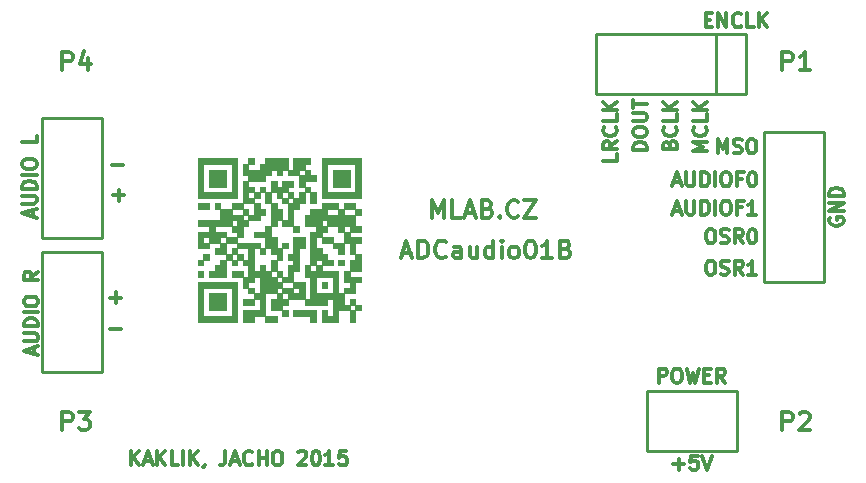
<source format=gbr>
G04 #@! TF.FileFunction,Legend,Top*
%FSLAX46Y46*%
G04 Gerber Fmt 4.6, Leading zero omitted, Abs format (unit mm)*
G04 Created by KiCad (PCBNEW 0.201502191246+5431~21~ubuntu14.04.1-product) date Pá 20. únor 2015, 00:49:54 CET*
%MOMM*%
G01*
G04 APERTURE LIST*
%ADD10C,0.100000*%
%ADD11C,0.300000*%
%ADD12C,0.254000*%
%ADD13C,0.304800*%
G04 APERTURE END LIST*
D10*
D11*
X51088857Y27826285D02*
X51088857Y27254856D01*
X49888857Y27254856D01*
X51088857Y28912000D02*
X50517429Y28512000D01*
X51088857Y28226285D02*
X49888857Y28226285D01*
X49888857Y28683428D01*
X49946000Y28797714D01*
X50003143Y28854857D01*
X50117429Y28912000D01*
X50288857Y28912000D01*
X50403143Y28854857D01*
X50460286Y28797714D01*
X50517429Y28683428D01*
X50517429Y28226285D01*
X50974571Y30112000D02*
X51031714Y30054857D01*
X51088857Y29883428D01*
X51088857Y29769142D01*
X51031714Y29597714D01*
X50917429Y29483428D01*
X50803143Y29426285D01*
X50574571Y29369142D01*
X50403143Y29369142D01*
X50174571Y29426285D01*
X50060286Y29483428D01*
X49946000Y29597714D01*
X49888857Y29769142D01*
X49888857Y29883428D01*
X49946000Y30054857D01*
X50003143Y30112000D01*
X51088857Y31197714D02*
X51088857Y30626285D01*
X49888857Y30626285D01*
X51088857Y31597714D02*
X49888857Y31597714D01*
X51088857Y32283429D02*
X50403143Y31769143D01*
X49888857Y32283429D02*
X50574571Y31597714D01*
X8178857Y15662286D02*
X9093143Y15662286D01*
X8636000Y15205143D02*
X8636000Y16119429D01*
X8178857Y12995286D02*
X9093143Y12995286D01*
X9220143Y26882714D02*
X8305857Y26882714D01*
X9347143Y24342714D02*
X8432857Y24342714D01*
X8890000Y24799857D02*
X8890000Y23885571D01*
X32897857Y19435000D02*
X33612143Y19435000D01*
X32755000Y19006429D02*
X33255000Y20506429D01*
X33755000Y19006429D01*
X34255000Y19006429D02*
X34255000Y20506429D01*
X34612143Y20506429D01*
X34826428Y20435000D01*
X34969286Y20292143D01*
X35040714Y20149286D01*
X35112143Y19863571D01*
X35112143Y19649286D01*
X35040714Y19363571D01*
X34969286Y19220714D01*
X34826428Y19077857D01*
X34612143Y19006429D01*
X34255000Y19006429D01*
X36612143Y19149286D02*
X36540714Y19077857D01*
X36326428Y19006429D01*
X36183571Y19006429D01*
X35969286Y19077857D01*
X35826428Y19220714D01*
X35755000Y19363571D01*
X35683571Y19649286D01*
X35683571Y19863571D01*
X35755000Y20149286D01*
X35826428Y20292143D01*
X35969286Y20435000D01*
X36183571Y20506429D01*
X36326428Y20506429D01*
X36540714Y20435000D01*
X36612143Y20363571D01*
X37897857Y19006429D02*
X37897857Y19792143D01*
X37826428Y19935000D01*
X37683571Y20006429D01*
X37397857Y20006429D01*
X37255000Y19935000D01*
X37897857Y19077857D02*
X37755000Y19006429D01*
X37397857Y19006429D01*
X37255000Y19077857D01*
X37183571Y19220714D01*
X37183571Y19363571D01*
X37255000Y19506429D01*
X37397857Y19577857D01*
X37755000Y19577857D01*
X37897857Y19649286D01*
X39255000Y20006429D02*
X39255000Y19006429D01*
X38612143Y20006429D02*
X38612143Y19220714D01*
X38683571Y19077857D01*
X38826429Y19006429D01*
X39040714Y19006429D01*
X39183571Y19077857D01*
X39255000Y19149286D01*
X40612143Y19006429D02*
X40612143Y20506429D01*
X40612143Y19077857D02*
X40469286Y19006429D01*
X40183572Y19006429D01*
X40040714Y19077857D01*
X39969286Y19149286D01*
X39897857Y19292143D01*
X39897857Y19720714D01*
X39969286Y19863571D01*
X40040714Y19935000D01*
X40183572Y20006429D01*
X40469286Y20006429D01*
X40612143Y19935000D01*
X41326429Y19006429D02*
X41326429Y20006429D01*
X41326429Y20506429D02*
X41255000Y20435000D01*
X41326429Y20363571D01*
X41397857Y20435000D01*
X41326429Y20506429D01*
X41326429Y20363571D01*
X42255001Y19006429D02*
X42112143Y19077857D01*
X42040715Y19149286D01*
X41969286Y19292143D01*
X41969286Y19720714D01*
X42040715Y19863571D01*
X42112143Y19935000D01*
X42255001Y20006429D01*
X42469286Y20006429D01*
X42612143Y19935000D01*
X42683572Y19863571D01*
X42755001Y19720714D01*
X42755001Y19292143D01*
X42683572Y19149286D01*
X42612143Y19077857D01*
X42469286Y19006429D01*
X42255001Y19006429D01*
X43683572Y20506429D02*
X43826429Y20506429D01*
X43969286Y20435000D01*
X44040715Y20363571D01*
X44112144Y20220714D01*
X44183572Y19935000D01*
X44183572Y19577857D01*
X44112144Y19292143D01*
X44040715Y19149286D01*
X43969286Y19077857D01*
X43826429Y19006429D01*
X43683572Y19006429D01*
X43540715Y19077857D01*
X43469286Y19149286D01*
X43397858Y19292143D01*
X43326429Y19577857D01*
X43326429Y19935000D01*
X43397858Y20220714D01*
X43469286Y20363571D01*
X43540715Y20435000D01*
X43683572Y20506429D01*
X45612143Y19006429D02*
X44755000Y19006429D01*
X45183572Y19006429D02*
X45183572Y20506429D01*
X45040715Y20292143D01*
X44897857Y20149286D01*
X44755000Y20077857D01*
X46755000Y19792143D02*
X46969286Y19720714D01*
X47040714Y19649286D01*
X47112143Y19506429D01*
X47112143Y19292143D01*
X47040714Y19149286D01*
X46969286Y19077857D01*
X46826428Y19006429D01*
X46255000Y19006429D01*
X46255000Y20506429D01*
X46755000Y20506429D01*
X46897857Y20435000D01*
X46969286Y20363571D01*
X47040714Y20220714D01*
X47040714Y20077857D01*
X46969286Y19935000D01*
X46897857Y19863571D01*
X46755000Y19792143D01*
X46255000Y19792143D01*
X35429572Y22435429D02*
X35429572Y23935429D01*
X35929572Y22864000D01*
X36429572Y23935429D01*
X36429572Y22435429D01*
X37858144Y22435429D02*
X37143858Y22435429D01*
X37143858Y23935429D01*
X38286715Y22864000D02*
X39001001Y22864000D01*
X38143858Y22435429D02*
X38643858Y23935429D01*
X39143858Y22435429D01*
X40143858Y23221143D02*
X40358144Y23149714D01*
X40429572Y23078286D01*
X40501001Y22935429D01*
X40501001Y22721143D01*
X40429572Y22578286D01*
X40358144Y22506857D01*
X40215286Y22435429D01*
X39643858Y22435429D01*
X39643858Y23935429D01*
X40143858Y23935429D01*
X40286715Y23864000D01*
X40358144Y23792571D01*
X40429572Y23649714D01*
X40429572Y23506857D01*
X40358144Y23364000D01*
X40286715Y23292571D01*
X40143858Y23221143D01*
X39643858Y23221143D01*
X41143858Y22578286D02*
X41215286Y22506857D01*
X41143858Y22435429D01*
X41072429Y22506857D01*
X41143858Y22578286D01*
X41143858Y22435429D01*
X42715287Y22578286D02*
X42643858Y22506857D01*
X42429572Y22435429D01*
X42286715Y22435429D01*
X42072430Y22506857D01*
X41929572Y22649714D01*
X41858144Y22792571D01*
X41786715Y23078286D01*
X41786715Y23292571D01*
X41858144Y23578286D01*
X41929572Y23721143D01*
X42072430Y23864000D01*
X42286715Y23935429D01*
X42429572Y23935429D01*
X42643858Y23864000D01*
X42715287Y23792571D01*
X43215287Y23935429D02*
X44215287Y23935429D01*
X43215287Y22435429D01*
X44215287Y22435429D01*
X9935714Y1489143D02*
X9935714Y2689143D01*
X10621429Y1489143D02*
X10107143Y2174857D01*
X10621429Y2689143D02*
X9935714Y2003429D01*
X11078571Y1832000D02*
X11650000Y1832000D01*
X10964286Y1489143D02*
X11364286Y2689143D01*
X11764286Y1489143D01*
X12164285Y1489143D02*
X12164285Y2689143D01*
X12850000Y1489143D02*
X12335714Y2174857D01*
X12850000Y2689143D02*
X12164285Y2003429D01*
X13935714Y1489143D02*
X13364285Y1489143D01*
X13364285Y2689143D01*
X14335714Y1489143D02*
X14335714Y2689143D01*
X14907143Y1489143D02*
X14907143Y2689143D01*
X15592858Y1489143D02*
X15078572Y2174857D01*
X15592858Y2689143D02*
X14907143Y2003429D01*
X16164286Y1546286D02*
X16164286Y1489143D01*
X16107143Y1374857D01*
X16050000Y1317714D01*
X17935715Y2689143D02*
X17935715Y1832000D01*
X17878573Y1660571D01*
X17764287Y1546286D01*
X17592858Y1489143D01*
X17478573Y1489143D01*
X18450001Y1832000D02*
X19021430Y1832000D01*
X18335716Y1489143D02*
X18735716Y2689143D01*
X19135716Y1489143D01*
X20221430Y1603429D02*
X20164287Y1546286D01*
X19992858Y1489143D01*
X19878572Y1489143D01*
X19707144Y1546286D01*
X19592858Y1660571D01*
X19535715Y1774857D01*
X19478572Y2003429D01*
X19478572Y2174857D01*
X19535715Y2403429D01*
X19592858Y2517714D01*
X19707144Y2632000D01*
X19878572Y2689143D01*
X19992858Y2689143D01*
X20164287Y2632000D01*
X20221430Y2574857D01*
X20735715Y1489143D02*
X20735715Y2689143D01*
X20735715Y2117714D02*
X21421430Y2117714D01*
X21421430Y1489143D02*
X21421430Y2689143D01*
X22221430Y2689143D02*
X22450001Y2689143D01*
X22564287Y2632000D01*
X22678573Y2517714D01*
X22735715Y2289143D01*
X22735715Y1889143D01*
X22678573Y1660571D01*
X22564287Y1546286D01*
X22450001Y1489143D01*
X22221430Y1489143D01*
X22107144Y1546286D01*
X21992858Y1660571D01*
X21935715Y1889143D01*
X21935715Y2289143D01*
X21992858Y2517714D01*
X22107144Y2632000D01*
X22221430Y2689143D01*
X24107144Y2574857D02*
X24164287Y2632000D01*
X24278573Y2689143D01*
X24564287Y2689143D01*
X24678573Y2632000D01*
X24735716Y2574857D01*
X24792859Y2460571D01*
X24792859Y2346286D01*
X24735716Y2174857D01*
X24050002Y1489143D01*
X24792859Y1489143D01*
X25535716Y2689143D02*
X25650001Y2689143D01*
X25764287Y2632000D01*
X25821430Y2574857D01*
X25878573Y2460571D01*
X25935716Y2232000D01*
X25935716Y1946286D01*
X25878573Y1717714D01*
X25821430Y1603429D01*
X25764287Y1546286D01*
X25650001Y1489143D01*
X25535716Y1489143D01*
X25421430Y1546286D01*
X25364287Y1603429D01*
X25307144Y1717714D01*
X25250001Y1946286D01*
X25250001Y2232000D01*
X25307144Y2460571D01*
X25364287Y2574857D01*
X25421430Y2632000D01*
X25535716Y2689143D01*
X27078573Y1489143D02*
X26392858Y1489143D01*
X26735716Y1489143D02*
X26735716Y2689143D01*
X26621430Y2517714D01*
X26507144Y2403429D01*
X26392858Y2346286D01*
X28164287Y2689143D02*
X27592858Y2689143D01*
X27535715Y2117714D01*
X27592858Y2174857D01*
X27707144Y2232000D01*
X27992858Y2232000D01*
X28107144Y2174857D01*
X28164287Y2117714D01*
X28221430Y2003429D01*
X28221430Y1717714D01*
X28164287Y1603429D01*
X28107144Y1546286D01*
X27992858Y1489143D01*
X27707144Y1489143D01*
X27592858Y1546286D01*
X27535715Y1603429D01*
X58579428Y39201714D02*
X58979428Y39201714D01*
X59150857Y38573143D02*
X58579428Y38573143D01*
X58579428Y39773143D01*
X59150857Y39773143D01*
X59665142Y38573143D02*
X59665142Y39773143D01*
X60350857Y38573143D01*
X60350857Y39773143D01*
X61608000Y38687429D02*
X61550857Y38630286D01*
X61379428Y38573143D01*
X61265142Y38573143D01*
X61093714Y38630286D01*
X60979428Y38744571D01*
X60922285Y38858857D01*
X60865142Y39087429D01*
X60865142Y39258857D01*
X60922285Y39487429D01*
X60979428Y39601714D01*
X61093714Y39716000D01*
X61265142Y39773143D01*
X61379428Y39773143D01*
X61550857Y39716000D01*
X61608000Y39658857D01*
X62693714Y38573143D02*
X62122285Y38573143D01*
X62122285Y39773143D01*
X63093714Y38573143D02*
X63093714Y39773143D01*
X63779429Y38573143D02*
X63265143Y39258857D01*
X63779429Y39773143D02*
X63093714Y39087429D01*
X69123000Y22453715D02*
X69065857Y22339429D01*
X69065857Y22168000D01*
X69123000Y21996572D01*
X69237286Y21882286D01*
X69351571Y21825143D01*
X69580143Y21768000D01*
X69751571Y21768000D01*
X69980143Y21825143D01*
X70094429Y21882286D01*
X70208714Y21996572D01*
X70265857Y22168000D01*
X70265857Y22282286D01*
X70208714Y22453715D01*
X70151571Y22510858D01*
X69751571Y22510858D01*
X69751571Y22282286D01*
X70265857Y23025143D02*
X69065857Y23025143D01*
X70265857Y23710858D01*
X69065857Y23710858D01*
X70265857Y24282286D02*
X69065857Y24282286D01*
X69065857Y24568001D01*
X69123000Y24739429D01*
X69237286Y24853715D01*
X69351571Y24910858D01*
X69580143Y24968001D01*
X69751571Y24968001D01*
X69980143Y24910858D01*
X70094429Y24853715D01*
X70208714Y24739429D01*
X70265857Y24568001D01*
X70265857Y24282286D01*
X58708857Y28054856D02*
X57508857Y28054856D01*
X58366000Y28454856D01*
X57508857Y28854856D01*
X58708857Y28854856D01*
X58594571Y30112000D02*
X58651714Y30054857D01*
X58708857Y29883428D01*
X58708857Y29769142D01*
X58651714Y29597714D01*
X58537429Y29483428D01*
X58423143Y29426285D01*
X58194571Y29369142D01*
X58023143Y29369142D01*
X57794571Y29426285D01*
X57680286Y29483428D01*
X57566000Y29597714D01*
X57508857Y29769142D01*
X57508857Y29883428D01*
X57566000Y30054857D01*
X57623143Y30112000D01*
X58708857Y31197714D02*
X58708857Y30626285D01*
X57508857Y30626285D01*
X58708857Y31597714D02*
X57508857Y31597714D01*
X58708857Y32283429D02*
X58023143Y31769143D01*
X57508857Y32283429D02*
X58194571Y31597714D01*
X55540286Y28626285D02*
X55597429Y28797714D01*
X55654571Y28854857D01*
X55768857Y28912000D01*
X55940286Y28912000D01*
X56054571Y28854857D01*
X56111714Y28797714D01*
X56168857Y28683428D01*
X56168857Y28226285D01*
X54968857Y28226285D01*
X54968857Y28626285D01*
X55026000Y28740571D01*
X55083143Y28797714D01*
X55197429Y28854857D01*
X55311714Y28854857D01*
X55426000Y28797714D01*
X55483143Y28740571D01*
X55540286Y28626285D01*
X55540286Y28226285D01*
X56054571Y30112000D02*
X56111714Y30054857D01*
X56168857Y29883428D01*
X56168857Y29769142D01*
X56111714Y29597714D01*
X55997429Y29483428D01*
X55883143Y29426285D01*
X55654571Y29369142D01*
X55483143Y29369142D01*
X55254571Y29426285D01*
X55140286Y29483428D01*
X55026000Y29597714D01*
X54968857Y29769142D01*
X54968857Y29883428D01*
X55026000Y30054857D01*
X55083143Y30112000D01*
X56168857Y31197714D02*
X56168857Y30626285D01*
X54968857Y30626285D01*
X56168857Y31597714D02*
X54968857Y31597714D01*
X56168857Y32283429D02*
X55483143Y31769143D01*
X54968857Y32283429D02*
X55654571Y31597714D01*
X53628857Y28169142D02*
X52428857Y28169142D01*
X52428857Y28454857D01*
X52486000Y28626285D01*
X52600286Y28740571D01*
X52714571Y28797714D01*
X52943143Y28854857D01*
X53114571Y28854857D01*
X53343143Y28797714D01*
X53457429Y28740571D01*
X53571714Y28626285D01*
X53628857Y28454857D01*
X53628857Y28169142D01*
X52428857Y29597714D02*
X52428857Y29826285D01*
X52486000Y29940571D01*
X52600286Y30054857D01*
X52828857Y30111999D01*
X53228857Y30111999D01*
X53457429Y30054857D01*
X53571714Y29940571D01*
X53628857Y29826285D01*
X53628857Y29597714D01*
X53571714Y29483428D01*
X53457429Y29369142D01*
X53228857Y29311999D01*
X52828857Y29311999D01*
X52600286Y29369142D01*
X52486000Y29483428D01*
X52428857Y29597714D01*
X52428857Y30626285D02*
X53400286Y30626285D01*
X53514571Y30683428D01*
X53571714Y30740571D01*
X53628857Y30854857D01*
X53628857Y31083428D01*
X53571714Y31197714D01*
X53514571Y31254857D01*
X53400286Y31312000D01*
X52428857Y31312000D01*
X52428857Y31712000D02*
X52428857Y32397714D01*
X53628857Y32054857D02*
X52428857Y32054857D01*
X59633285Y27905143D02*
X59633285Y29105143D01*
X60033285Y28248000D01*
X60433285Y29105143D01*
X60433285Y27905143D01*
X60947571Y27962286D02*
X61119000Y27905143D01*
X61404714Y27905143D01*
X61519000Y27962286D01*
X61576143Y28019429D01*
X61633286Y28133714D01*
X61633286Y28248000D01*
X61576143Y28362286D01*
X61519000Y28419429D01*
X61404714Y28476571D01*
X61176143Y28533714D01*
X61061857Y28590857D01*
X61004714Y28648000D01*
X60947571Y28762286D01*
X60947571Y28876571D01*
X61004714Y28990857D01*
X61061857Y29048000D01*
X61176143Y29105143D01*
X61461857Y29105143D01*
X61633286Y29048000D01*
X62376143Y29105143D02*
X62604714Y29105143D01*
X62719000Y29048000D01*
X62833286Y28933714D01*
X62890428Y28705143D01*
X62890428Y28305143D01*
X62833286Y28076571D01*
X62719000Y27962286D01*
X62604714Y27905143D01*
X62376143Y27905143D01*
X62261857Y27962286D01*
X62147571Y28076571D01*
X62090428Y28305143D01*
X62090428Y28705143D01*
X62147571Y28933714D01*
X62261857Y29048000D01*
X62376143Y29105143D01*
X55861857Y25454000D02*
X56433286Y25454000D01*
X55747572Y25111143D02*
X56147572Y26311143D01*
X56547572Y25111143D01*
X56947571Y26311143D02*
X56947571Y25339714D01*
X57004714Y25225429D01*
X57061857Y25168286D01*
X57176143Y25111143D01*
X57404714Y25111143D01*
X57519000Y25168286D01*
X57576143Y25225429D01*
X57633286Y25339714D01*
X57633286Y26311143D01*
X58204714Y25111143D02*
X58204714Y26311143D01*
X58490429Y26311143D01*
X58661857Y26254000D01*
X58776143Y26139714D01*
X58833286Y26025429D01*
X58890429Y25796857D01*
X58890429Y25625429D01*
X58833286Y25396857D01*
X58776143Y25282571D01*
X58661857Y25168286D01*
X58490429Y25111143D01*
X58204714Y25111143D01*
X59404714Y25111143D02*
X59404714Y26311143D01*
X60204715Y26311143D02*
X60433286Y26311143D01*
X60547572Y26254000D01*
X60661858Y26139714D01*
X60719000Y25911143D01*
X60719000Y25511143D01*
X60661858Y25282571D01*
X60547572Y25168286D01*
X60433286Y25111143D01*
X60204715Y25111143D01*
X60090429Y25168286D01*
X59976143Y25282571D01*
X59919000Y25511143D01*
X59919000Y25911143D01*
X59976143Y26139714D01*
X60090429Y26254000D01*
X60204715Y26311143D01*
X61633286Y25739714D02*
X61233286Y25739714D01*
X61233286Y25111143D02*
X61233286Y26311143D01*
X61804715Y26311143D01*
X62490429Y26311143D02*
X62604714Y26311143D01*
X62719000Y26254000D01*
X62776143Y26196857D01*
X62833286Y26082571D01*
X62890429Y25854000D01*
X62890429Y25568286D01*
X62833286Y25339714D01*
X62776143Y25225429D01*
X62719000Y25168286D01*
X62604714Y25111143D01*
X62490429Y25111143D01*
X62376143Y25168286D01*
X62319000Y25225429D01*
X62261857Y25339714D01*
X62204714Y25568286D01*
X62204714Y25854000D01*
X62261857Y26082571D01*
X62319000Y26196857D01*
X62376143Y26254000D01*
X62490429Y26311143D01*
X55861857Y23041000D02*
X56433286Y23041000D01*
X55747572Y22698143D02*
X56147572Y23898143D01*
X56547572Y22698143D01*
X56947571Y23898143D02*
X56947571Y22926714D01*
X57004714Y22812429D01*
X57061857Y22755286D01*
X57176143Y22698143D01*
X57404714Y22698143D01*
X57519000Y22755286D01*
X57576143Y22812429D01*
X57633286Y22926714D01*
X57633286Y23898143D01*
X58204714Y22698143D02*
X58204714Y23898143D01*
X58490429Y23898143D01*
X58661857Y23841000D01*
X58776143Y23726714D01*
X58833286Y23612429D01*
X58890429Y23383857D01*
X58890429Y23212429D01*
X58833286Y22983857D01*
X58776143Y22869571D01*
X58661857Y22755286D01*
X58490429Y22698143D01*
X58204714Y22698143D01*
X59404714Y22698143D02*
X59404714Y23898143D01*
X60204715Y23898143D02*
X60433286Y23898143D01*
X60547572Y23841000D01*
X60661858Y23726714D01*
X60719000Y23498143D01*
X60719000Y23098143D01*
X60661858Y22869571D01*
X60547572Y22755286D01*
X60433286Y22698143D01*
X60204715Y22698143D01*
X60090429Y22755286D01*
X59976143Y22869571D01*
X59919000Y23098143D01*
X59919000Y23498143D01*
X59976143Y23726714D01*
X60090429Y23841000D01*
X60204715Y23898143D01*
X61633286Y23326714D02*
X61233286Y23326714D01*
X61233286Y22698143D02*
X61233286Y23898143D01*
X61804715Y23898143D01*
X62890429Y22698143D02*
X62204714Y22698143D01*
X62547572Y22698143D02*
X62547572Y23898143D01*
X62433286Y23726714D01*
X62319000Y23612429D01*
X62204714Y23555286D01*
X58890429Y21485143D02*
X59119000Y21485143D01*
X59233286Y21428000D01*
X59347572Y21313714D01*
X59404714Y21085143D01*
X59404714Y20685143D01*
X59347572Y20456571D01*
X59233286Y20342286D01*
X59119000Y20285143D01*
X58890429Y20285143D01*
X58776143Y20342286D01*
X58661857Y20456571D01*
X58604714Y20685143D01*
X58604714Y21085143D01*
X58661857Y21313714D01*
X58776143Y21428000D01*
X58890429Y21485143D01*
X59861857Y20342286D02*
X60033286Y20285143D01*
X60319000Y20285143D01*
X60433286Y20342286D01*
X60490429Y20399429D01*
X60547572Y20513714D01*
X60547572Y20628000D01*
X60490429Y20742286D01*
X60433286Y20799429D01*
X60319000Y20856571D01*
X60090429Y20913714D01*
X59976143Y20970857D01*
X59919000Y21028000D01*
X59861857Y21142286D01*
X59861857Y21256571D01*
X59919000Y21370857D01*
X59976143Y21428000D01*
X60090429Y21485143D01*
X60376143Y21485143D01*
X60547572Y21428000D01*
X61747572Y20285143D02*
X61347572Y20856571D01*
X61061857Y20285143D02*
X61061857Y21485143D01*
X61519000Y21485143D01*
X61633286Y21428000D01*
X61690429Y21370857D01*
X61747572Y21256571D01*
X61747572Y21085143D01*
X61690429Y20970857D01*
X61633286Y20913714D01*
X61519000Y20856571D01*
X61061857Y20856571D01*
X62490429Y21485143D02*
X62604714Y21485143D01*
X62719000Y21428000D01*
X62776143Y21370857D01*
X62833286Y21256571D01*
X62890429Y21028000D01*
X62890429Y20742286D01*
X62833286Y20513714D01*
X62776143Y20399429D01*
X62719000Y20342286D01*
X62604714Y20285143D01*
X62490429Y20285143D01*
X62376143Y20342286D01*
X62319000Y20399429D01*
X62261857Y20513714D01*
X62204714Y20742286D01*
X62204714Y21028000D01*
X62261857Y21256571D01*
X62319000Y21370857D01*
X62376143Y21428000D01*
X62490429Y21485143D01*
X58890429Y18818143D02*
X59119000Y18818143D01*
X59233286Y18761000D01*
X59347572Y18646714D01*
X59404714Y18418143D01*
X59404714Y18018143D01*
X59347572Y17789571D01*
X59233286Y17675286D01*
X59119000Y17618143D01*
X58890429Y17618143D01*
X58776143Y17675286D01*
X58661857Y17789571D01*
X58604714Y18018143D01*
X58604714Y18418143D01*
X58661857Y18646714D01*
X58776143Y18761000D01*
X58890429Y18818143D01*
X59861857Y17675286D02*
X60033286Y17618143D01*
X60319000Y17618143D01*
X60433286Y17675286D01*
X60490429Y17732429D01*
X60547572Y17846714D01*
X60547572Y17961000D01*
X60490429Y18075286D01*
X60433286Y18132429D01*
X60319000Y18189571D01*
X60090429Y18246714D01*
X59976143Y18303857D01*
X59919000Y18361000D01*
X59861857Y18475286D01*
X59861857Y18589571D01*
X59919000Y18703857D01*
X59976143Y18761000D01*
X60090429Y18818143D01*
X60376143Y18818143D01*
X60547572Y18761000D01*
X61747572Y17618143D02*
X61347572Y18189571D01*
X61061857Y17618143D02*
X61061857Y18818143D01*
X61519000Y18818143D01*
X61633286Y18761000D01*
X61690429Y18703857D01*
X61747572Y18589571D01*
X61747572Y18418143D01*
X61690429Y18303857D01*
X61633286Y18246714D01*
X61519000Y18189571D01*
X61061857Y18189571D01*
X62890429Y17618143D02*
X62204714Y17618143D01*
X62547572Y17618143D02*
X62547572Y18818143D01*
X62433286Y18646714D01*
X62319000Y18532429D01*
X62204714Y18475286D01*
X55861143Y1565286D02*
X56775429Y1565286D01*
X56318286Y1108143D02*
X56318286Y2022429D01*
X57918286Y2308143D02*
X57346857Y2308143D01*
X57289714Y1736714D01*
X57346857Y1793857D01*
X57461143Y1851000D01*
X57746857Y1851000D01*
X57861143Y1793857D01*
X57918286Y1736714D01*
X57975429Y1622429D01*
X57975429Y1336714D01*
X57918286Y1222429D01*
X57861143Y1165286D01*
X57746857Y1108143D01*
X57461143Y1108143D01*
X57346857Y1165286D01*
X57289714Y1222429D01*
X58318286Y2308143D02*
X58718286Y1108143D01*
X59118286Y2308143D01*
X54632571Y8474143D02*
X54632571Y9674143D01*
X55089714Y9674143D01*
X55204000Y9617000D01*
X55261143Y9559857D01*
X55318286Y9445571D01*
X55318286Y9274143D01*
X55261143Y9159857D01*
X55204000Y9102714D01*
X55089714Y9045571D01*
X54632571Y9045571D01*
X56061143Y9674143D02*
X56289714Y9674143D01*
X56404000Y9617000D01*
X56518286Y9502714D01*
X56575428Y9274143D01*
X56575428Y8874143D01*
X56518286Y8645571D01*
X56404000Y8531286D01*
X56289714Y8474143D01*
X56061143Y8474143D01*
X55946857Y8531286D01*
X55832571Y8645571D01*
X55775428Y8874143D01*
X55775428Y9274143D01*
X55832571Y9502714D01*
X55946857Y9617000D01*
X56061143Y9674143D01*
X56975429Y9674143D02*
X57261143Y8474143D01*
X57489714Y9331286D01*
X57718286Y8474143D01*
X58004000Y9674143D01*
X58461143Y9102714D02*
X58861143Y9102714D01*
X59032572Y8474143D02*
X58461143Y8474143D01*
X58461143Y9674143D01*
X59032572Y9674143D01*
X60232572Y8474143D02*
X59832572Y9045571D01*
X59546857Y8474143D02*
X59546857Y9674143D01*
X60004000Y9674143D01*
X60118286Y9617000D01*
X60175429Y9559857D01*
X60232572Y9445571D01*
X60232572Y9274143D01*
X60175429Y9159857D01*
X60118286Y9102714D01*
X60004000Y9045571D01*
X59546857Y9045571D01*
X1597000Y22536571D02*
X1597000Y23108000D01*
X1939857Y22422286D02*
X739857Y22822286D01*
X1939857Y23222286D01*
X739857Y23622285D02*
X1711286Y23622285D01*
X1825571Y23679428D01*
X1882714Y23736571D01*
X1939857Y23850857D01*
X1939857Y24079428D01*
X1882714Y24193714D01*
X1825571Y24250857D01*
X1711286Y24308000D01*
X739857Y24308000D01*
X1939857Y24879428D02*
X739857Y24879428D01*
X739857Y25165143D01*
X797000Y25336571D01*
X911286Y25450857D01*
X1025571Y25508000D01*
X1254143Y25565143D01*
X1425571Y25565143D01*
X1654143Y25508000D01*
X1768429Y25450857D01*
X1882714Y25336571D01*
X1939857Y25165143D01*
X1939857Y24879428D01*
X1939857Y26079428D02*
X739857Y26079428D01*
X739857Y26879429D02*
X739857Y27108000D01*
X797000Y27222286D01*
X911286Y27336572D01*
X1139857Y27393714D01*
X1539857Y27393714D01*
X1768429Y27336572D01*
X1882714Y27222286D01*
X1939857Y27108000D01*
X1939857Y26879429D01*
X1882714Y26765143D01*
X1768429Y26650857D01*
X1539857Y26593714D01*
X1139857Y26593714D01*
X911286Y26650857D01*
X797000Y26765143D01*
X739857Y26879429D01*
X1939857Y29393715D02*
X1939857Y28822286D01*
X739857Y28822286D01*
X1718920Y10893225D02*
X1718920Y11464654D01*
X2061777Y10778940D02*
X861777Y11178940D01*
X2061777Y11578940D01*
X861777Y11978939D02*
X1833206Y11978939D01*
X1947491Y12036082D01*
X2004634Y12093225D01*
X2061777Y12207511D01*
X2061777Y12436082D01*
X2004634Y12550368D01*
X1947491Y12607511D01*
X1833206Y12664654D01*
X861777Y12664654D01*
X2061777Y13236082D02*
X861777Y13236082D01*
X861777Y13521797D01*
X918920Y13693225D01*
X1033206Y13807511D01*
X1147491Y13864654D01*
X1376063Y13921797D01*
X1547491Y13921797D01*
X1776063Y13864654D01*
X1890349Y13807511D01*
X2004634Y13693225D01*
X2061777Y13521797D01*
X2061777Y13236082D01*
X2061777Y14436082D02*
X861777Y14436082D01*
X861777Y15236083D02*
X861777Y15464654D01*
X918920Y15578940D01*
X1033206Y15693226D01*
X1261777Y15750368D01*
X1661777Y15750368D01*
X1890349Y15693226D01*
X2004634Y15578940D01*
X2061777Y15464654D01*
X2061777Y15236083D01*
X2004634Y15121797D01*
X1890349Y15007511D01*
X1661777Y14950368D01*
X1261777Y14950368D01*
X1033206Y15007511D01*
X918920Y15121797D01*
X861777Y15236083D01*
X2061777Y17864655D02*
X1490349Y17464655D01*
X2061777Y17178940D02*
X861777Y17178940D01*
X861777Y17636083D01*
X918920Y17750369D01*
X976063Y17807512D01*
X1090349Y17864655D01*
X1261777Y17864655D01*
X1376063Y17807512D01*
X1433206Y17750369D01*
X1490349Y17636083D01*
X1490349Y17178940D01*
D12*
X7493000Y14478000D02*
X7493000Y11938000D01*
X2413000Y14478000D02*
X2413000Y11938000D01*
X2413000Y14478000D02*
X2413000Y11938000D01*
X7493000Y14478000D02*
X7493000Y11938000D01*
X2413000Y9398000D02*
X7493000Y9398000D01*
X7493000Y11938000D02*
X7493000Y9398000D01*
X2413000Y11938000D02*
X2413000Y9398000D01*
X2413000Y11938000D02*
X2413000Y9398000D01*
X7493000Y11938000D02*
X7493000Y9398000D01*
X2413000Y19558000D02*
X2413000Y11938000D01*
X2413000Y9398000D02*
X7493000Y9398000D01*
X7493000Y11938000D02*
X7493000Y17018000D01*
X2413000Y19558000D02*
X4953000Y19558000D01*
X7493000Y19558000D02*
X4953000Y19558000D01*
X7493000Y17018000D02*
X7493000Y19558000D01*
X7493000Y25781000D02*
X7493000Y23241000D01*
X2413000Y25781000D02*
X2413000Y23241000D01*
X2413000Y25781000D02*
X2413000Y23241000D01*
X7493000Y25781000D02*
X7493000Y23241000D01*
X2413000Y20701000D02*
X7493000Y20701000D01*
X7493000Y23241000D02*
X7493000Y20701000D01*
X2413000Y23241000D02*
X2413000Y20701000D01*
X2413000Y23241000D02*
X2413000Y20701000D01*
X7493000Y23241000D02*
X7493000Y20701000D01*
X2413000Y30861000D02*
X2413000Y23241000D01*
X2413000Y20701000D02*
X7493000Y20701000D01*
X7493000Y23241000D02*
X7493000Y28321000D01*
X2413000Y30861000D02*
X4953000Y30861000D01*
X7493000Y30861000D02*
X4953000Y30861000D01*
X7493000Y28321000D02*
X7493000Y30861000D01*
X61214000Y7747000D02*
X53594000Y7747000D01*
X53594000Y7747000D02*
X53594000Y2667000D01*
X53594000Y2667000D02*
X58674000Y2667000D01*
X61214000Y7747000D02*
X61214000Y5207000D01*
X61214000Y2667000D02*
X61214000Y5207000D01*
X58674000Y2667000D02*
X61214000Y2667000D01*
X54356000Y37973000D02*
X56896000Y37973000D01*
X54356000Y32893000D02*
X56896000Y32893000D01*
X54356000Y32893000D02*
X56896000Y32893000D01*
X54356000Y37973000D02*
X56896000Y37973000D01*
X59436000Y32893000D02*
X59436000Y37973000D01*
X56896000Y37973000D02*
X59436000Y37973000D01*
X56896000Y32893000D02*
X59436000Y32893000D01*
X56896000Y32893000D02*
X59436000Y32893000D01*
X56896000Y37973000D02*
X59436000Y37973000D01*
X49276000Y32893000D02*
X56896000Y32893000D01*
X59436000Y32893000D02*
X59436000Y37973000D01*
X56896000Y37973000D02*
X51816000Y37973000D01*
X49276000Y32893000D02*
X49276000Y35433000D01*
X49276000Y37973000D02*
X49276000Y35433000D01*
X51816000Y37973000D02*
X49276000Y37973000D01*
X63500000Y19558000D02*
X63500000Y20828000D01*
X63500000Y17018000D02*
X63500000Y19558000D01*
X68580000Y29718000D02*
X63500000Y29718000D01*
X63500000Y27178000D02*
X63500000Y29718000D01*
X68580000Y27178000D02*
X68580000Y29718000D01*
X68580000Y27178000D02*
X68580000Y29718000D01*
X63500000Y27178000D02*
X63500000Y29718000D01*
X68580000Y29718000D02*
X63500000Y29718000D01*
X63500000Y25908000D02*
X63500000Y28448000D01*
X68580000Y22098000D02*
X68580000Y24638000D01*
X68580000Y22098000D02*
X68580000Y24638000D01*
X63500000Y25908000D02*
X63500000Y28448000D01*
X63500000Y25908000D02*
X63500000Y28448000D01*
X68580000Y24638000D02*
X68580000Y27178000D01*
X68580000Y24638000D02*
X68580000Y27178000D01*
X63500000Y25908000D02*
X63500000Y28448000D01*
X68580000Y17018000D02*
X68580000Y24638000D01*
X63500000Y28448000D02*
X63500000Y23368000D01*
X68580000Y17018000D02*
X66040000Y17018000D01*
X63500000Y17018000D02*
X66040000Y17018000D01*
X63500000Y23368000D02*
X63500000Y20828000D01*
X59436000Y37973000D02*
X61976000Y37973000D01*
X61976000Y37973000D02*
X61976000Y32893000D01*
X61976000Y32893000D02*
X59436000Y32893000D01*
X59436000Y32893000D02*
X59436000Y37973000D01*
D10*
G36*
X18923000Y13652500D02*
X18446750Y13652500D01*
X18446750Y14128750D01*
X18446750Y15319375D01*
X18446750Y16510000D01*
X17256125Y16510000D01*
X16065500Y16510000D01*
X16065500Y15319375D01*
X16065500Y14128750D01*
X17256125Y14128750D01*
X18446750Y14128750D01*
X18446750Y13652500D01*
X17256125Y13652500D01*
X15589250Y13652500D01*
X15589250Y15319375D01*
X15589250Y16986250D01*
X17256125Y16986250D01*
X18923000Y16986250D01*
X18923000Y15319375D01*
X18923000Y13652500D01*
X18923000Y13652500D01*
X18923000Y13652500D01*
G37*
X18923000Y13652500D02*
X18446750Y13652500D01*
X18446750Y14128750D01*
X18446750Y15319375D01*
X18446750Y16510000D01*
X17256125Y16510000D01*
X16065500Y16510000D01*
X16065500Y15319375D01*
X16065500Y14128750D01*
X17256125Y14128750D01*
X18446750Y14128750D01*
X18446750Y13652500D01*
X17256125Y13652500D01*
X15589250Y13652500D01*
X15589250Y15319375D01*
X15589250Y16986250D01*
X17256125Y16986250D01*
X18923000Y16986250D01*
X18923000Y15319375D01*
X18923000Y13652500D01*
X18923000Y13652500D01*
G36*
X17494250Y23177500D02*
X17256125Y23177500D01*
X17018000Y23177500D01*
X17018000Y23415625D01*
X17018000Y23653750D01*
X17256125Y23653750D01*
X17494250Y23653750D01*
X17494250Y23415625D01*
X17494250Y23177500D01*
X17494250Y23177500D01*
X17494250Y23177500D01*
G37*
X17494250Y23177500D02*
X17256125Y23177500D01*
X17018000Y23177500D01*
X17018000Y23415625D01*
X17018000Y23653750D01*
X17256125Y23653750D01*
X17494250Y23653750D01*
X17494250Y23415625D01*
X17494250Y23177500D01*
X17494250Y23177500D01*
G36*
X17970500Y19367500D02*
X17494250Y19367500D01*
X17018000Y19367500D01*
X17018000Y19605625D01*
X17018000Y19843750D01*
X17256125Y19843750D01*
X17494250Y19843750D01*
X17494250Y20081875D01*
X17494250Y20320000D01*
X17732375Y20320000D01*
X17970500Y20320000D01*
X17970500Y19843750D01*
X17970500Y19367500D01*
X17970500Y19367500D01*
X17970500Y19367500D01*
G37*
X17970500Y19367500D02*
X17494250Y19367500D01*
X17018000Y19367500D01*
X17018000Y19605625D01*
X17018000Y19843750D01*
X17256125Y19843750D01*
X17494250Y19843750D01*
X17494250Y20081875D01*
X17494250Y20320000D01*
X17732375Y20320000D01*
X17970500Y20320000D01*
X17970500Y19843750D01*
X17970500Y19367500D01*
X17970500Y19367500D01*
G36*
X17970500Y17462500D02*
X17256125Y17462500D01*
X16541750Y17462500D01*
X16541750Y17700625D01*
X16541750Y17938750D01*
X16779875Y17938750D01*
X17018000Y17938750D01*
X17018000Y18176875D01*
X17018000Y18415000D01*
X17256125Y18415000D01*
X17494250Y18415000D01*
X17494250Y18653125D01*
X17494250Y18891250D01*
X17732375Y18891250D01*
X17970500Y18891250D01*
X17970500Y18176875D01*
X17970500Y17462500D01*
X17970500Y17462500D01*
X17970500Y17462500D01*
G37*
X17970500Y17462500D02*
X17256125Y17462500D01*
X16541750Y17462500D01*
X16541750Y17700625D01*
X16541750Y17938750D01*
X16779875Y17938750D01*
X17018000Y17938750D01*
X17018000Y18176875D01*
X17018000Y18415000D01*
X17256125Y18415000D01*
X17494250Y18415000D01*
X17494250Y18653125D01*
X17494250Y18891250D01*
X17732375Y18891250D01*
X17970500Y18891250D01*
X17970500Y18176875D01*
X17970500Y17462500D01*
X17970500Y17462500D01*
G36*
X18446750Y18891250D02*
X18208625Y18891250D01*
X17970500Y18891250D01*
X17970500Y19129375D01*
X17970500Y19367500D01*
X18208625Y19367500D01*
X18446750Y19367500D01*
X18446750Y19129375D01*
X18446750Y18891250D01*
X18446750Y18891250D01*
X18446750Y18891250D01*
G37*
X18446750Y18891250D02*
X18208625Y18891250D01*
X17970500Y18891250D01*
X17970500Y19129375D01*
X17970500Y19367500D01*
X18208625Y19367500D01*
X18446750Y19367500D01*
X18446750Y19129375D01*
X18446750Y18891250D01*
X18446750Y18891250D01*
G36*
X18923000Y18415000D02*
X18684875Y18415000D01*
X18446750Y18415000D01*
X18446750Y18653125D01*
X18446750Y18891250D01*
X18684875Y18891250D01*
X18923000Y18891250D01*
X18923000Y18653125D01*
X18923000Y18415000D01*
X18923000Y18415000D01*
X18923000Y18415000D01*
G37*
X18923000Y18415000D02*
X18684875Y18415000D01*
X18446750Y18415000D01*
X18446750Y18653125D01*
X18446750Y18891250D01*
X18684875Y18891250D01*
X18923000Y18891250D01*
X18923000Y18653125D01*
X18923000Y18415000D01*
X18923000Y18415000D01*
G36*
X19399250Y23177500D02*
X18923000Y23177500D01*
X18446750Y23177500D01*
X18446750Y23415625D01*
X18446750Y23653750D01*
X18923000Y23653750D01*
X19399250Y23653750D01*
X19399250Y23415625D01*
X19399250Y23177500D01*
X19399250Y23177500D01*
X19399250Y23177500D01*
G37*
X19399250Y23177500D02*
X18923000Y23177500D01*
X18446750Y23177500D01*
X18446750Y23415625D01*
X18446750Y23653750D01*
X18923000Y23653750D01*
X19399250Y23653750D01*
X19399250Y23415625D01*
X19399250Y23177500D01*
X19399250Y23177500D01*
G36*
X19399250Y18891250D02*
X19161125Y18891250D01*
X18923000Y18891250D01*
X18923000Y19129375D01*
X18923000Y19367500D01*
X19161125Y19367500D01*
X19399250Y19367500D01*
X19399250Y19129375D01*
X19399250Y18891250D01*
X19399250Y18891250D01*
X19399250Y18891250D01*
G37*
X19399250Y18891250D02*
X19161125Y18891250D01*
X18923000Y18891250D01*
X18923000Y19129375D01*
X18923000Y19367500D01*
X19161125Y19367500D01*
X19399250Y19367500D01*
X19399250Y19129375D01*
X19399250Y18891250D01*
X19399250Y18891250D01*
G36*
X19399250Y17462500D02*
X18923000Y17462500D01*
X18446750Y17462500D01*
X18446750Y17700625D01*
X18446750Y17938750D01*
X18923000Y17938750D01*
X19399250Y17938750D01*
X19399250Y17700625D01*
X19399250Y17462500D01*
X19399250Y17462500D01*
X19399250Y17462500D01*
G37*
X19399250Y17462500D02*
X18923000Y17462500D01*
X18446750Y17462500D01*
X18446750Y17700625D01*
X18446750Y17938750D01*
X18923000Y17938750D01*
X19399250Y17938750D01*
X19399250Y17700625D01*
X19399250Y17462500D01*
X19399250Y17462500D01*
G36*
X19875500Y21748750D02*
X19637375Y21748750D01*
X19399250Y21748750D01*
X19399250Y21272500D01*
X19399250Y20796250D01*
X19161125Y20796250D01*
X18923000Y20796250D01*
X18923000Y21034375D01*
X18923000Y21272500D01*
X18684875Y21272500D01*
X18446750Y21272500D01*
X18446750Y21510625D01*
X18446750Y21748750D01*
X18684875Y21748750D01*
X18923000Y21748750D01*
X18923000Y21986875D01*
X18923000Y22225000D01*
X18684875Y22225000D01*
X18446750Y22225000D01*
X18446750Y21986875D01*
X18446750Y21748750D01*
X17732375Y21748750D01*
X17018000Y21748750D01*
X17018000Y21510625D01*
X17018000Y21272500D01*
X17494250Y21272500D01*
X17970500Y21272500D01*
X17970500Y21034375D01*
X17970500Y20796250D01*
X17732375Y20796250D01*
X17494250Y20796250D01*
X17494250Y20558125D01*
X17494250Y20320000D01*
X17018000Y20320000D01*
X16541750Y20320000D01*
X16541750Y20558125D01*
X16541750Y20796250D01*
X16303625Y20796250D01*
X16065500Y20796250D01*
X16065500Y20558125D01*
X16065500Y20320000D01*
X16303625Y20320000D01*
X16541750Y20320000D01*
X16541750Y20081875D01*
X16541750Y19843750D01*
X16065500Y19843750D01*
X15589250Y19843750D01*
X15589250Y20558125D01*
X15589250Y21272500D01*
X16065500Y21272500D01*
X16541750Y21272500D01*
X16541750Y21510625D01*
X16541750Y21748750D01*
X16065500Y21748750D01*
X15589250Y21748750D01*
X15589250Y21986875D01*
X15589250Y22225000D01*
X16541750Y22225000D01*
X17494250Y22225000D01*
X17494250Y22701250D01*
X17494250Y23177500D01*
X17970500Y23177500D01*
X18446750Y23177500D01*
X18446750Y22939375D01*
X18446750Y22701250D01*
X18923000Y22701250D01*
X19399250Y22701250D01*
X19399250Y22463125D01*
X19399250Y22225000D01*
X19637375Y22225000D01*
X19875500Y22225000D01*
X19875500Y21986875D01*
X19875500Y21748750D01*
X19875500Y21748750D01*
X19875500Y21748750D01*
G37*
X19875500Y21748750D02*
X19637375Y21748750D01*
X19399250Y21748750D01*
X19399250Y21272500D01*
X19399250Y20796250D01*
X19161125Y20796250D01*
X18923000Y20796250D01*
X18923000Y21034375D01*
X18923000Y21272500D01*
X18684875Y21272500D01*
X18446750Y21272500D01*
X18446750Y21510625D01*
X18446750Y21748750D01*
X18684875Y21748750D01*
X18923000Y21748750D01*
X18923000Y21986875D01*
X18923000Y22225000D01*
X18684875Y22225000D01*
X18446750Y22225000D01*
X18446750Y21986875D01*
X18446750Y21748750D01*
X17732375Y21748750D01*
X17018000Y21748750D01*
X17018000Y21510625D01*
X17018000Y21272500D01*
X17494250Y21272500D01*
X17970500Y21272500D01*
X17970500Y21034375D01*
X17970500Y20796250D01*
X17732375Y20796250D01*
X17494250Y20796250D01*
X17494250Y20558125D01*
X17494250Y20320000D01*
X17018000Y20320000D01*
X16541750Y20320000D01*
X16541750Y20558125D01*
X16541750Y20796250D01*
X16303625Y20796250D01*
X16065500Y20796250D01*
X16065500Y20558125D01*
X16065500Y20320000D01*
X16303625Y20320000D01*
X16541750Y20320000D01*
X16541750Y20081875D01*
X16541750Y19843750D01*
X16065500Y19843750D01*
X15589250Y19843750D01*
X15589250Y20558125D01*
X15589250Y21272500D01*
X16065500Y21272500D01*
X16541750Y21272500D01*
X16541750Y21510625D01*
X16541750Y21748750D01*
X16065500Y21748750D01*
X15589250Y21748750D01*
X15589250Y21986875D01*
X15589250Y22225000D01*
X16541750Y22225000D01*
X17494250Y22225000D01*
X17494250Y22701250D01*
X17494250Y23177500D01*
X17970500Y23177500D01*
X18446750Y23177500D01*
X18446750Y22939375D01*
X18446750Y22701250D01*
X18923000Y22701250D01*
X19399250Y22701250D01*
X19399250Y22463125D01*
X19399250Y22225000D01*
X19637375Y22225000D01*
X19875500Y22225000D01*
X19875500Y21986875D01*
X19875500Y21748750D01*
X19875500Y21748750D01*
G36*
X20351750Y26987500D02*
X20113625Y26987500D01*
X19875500Y26987500D01*
X19875500Y27225625D01*
X19875500Y27463750D01*
X20113625Y27463750D01*
X20351750Y27463750D01*
X20351750Y27225625D01*
X20351750Y26987500D01*
X20351750Y26987500D01*
X20351750Y26987500D01*
G37*
X20351750Y26987500D02*
X20113625Y26987500D01*
X19875500Y26987500D01*
X19875500Y27225625D01*
X19875500Y27463750D01*
X20113625Y27463750D01*
X20351750Y27463750D01*
X20351750Y27225625D01*
X20351750Y26987500D01*
X20351750Y26987500D01*
G36*
X20351750Y23653750D02*
X19875500Y23653750D01*
X19399250Y23653750D01*
X19399250Y24606250D01*
X19399250Y25558750D01*
X19637375Y25558750D01*
X19875500Y25558750D01*
X19875500Y25320625D01*
X19875500Y25082500D01*
X20113625Y25082500D01*
X20351750Y25082500D01*
X20351750Y24844375D01*
X20351750Y24606250D01*
X20113625Y24606250D01*
X19875500Y24606250D01*
X19875500Y24368125D01*
X19875500Y24130000D01*
X20113625Y24130000D01*
X20351750Y24130000D01*
X20351750Y23891875D01*
X20351750Y23653750D01*
X20351750Y23653750D01*
X20351750Y23653750D01*
G37*
X20351750Y23653750D02*
X19875500Y23653750D01*
X19399250Y23653750D01*
X19399250Y24606250D01*
X19399250Y25558750D01*
X19637375Y25558750D01*
X19875500Y25558750D01*
X19875500Y25320625D01*
X19875500Y25082500D01*
X20113625Y25082500D01*
X20351750Y25082500D01*
X20351750Y24844375D01*
X20351750Y24606250D01*
X20113625Y24606250D01*
X19875500Y24606250D01*
X19875500Y24368125D01*
X19875500Y24130000D01*
X20113625Y24130000D01*
X20351750Y24130000D01*
X20351750Y23891875D01*
X20351750Y23653750D01*
X20351750Y23653750D01*
G36*
X20351750Y16033750D02*
X20113625Y16033750D01*
X19875500Y16033750D01*
X19875500Y16271875D01*
X19875500Y16510000D01*
X20113625Y16510000D01*
X20351750Y16510000D01*
X20351750Y16271875D01*
X20351750Y16033750D01*
X20351750Y16033750D01*
X20351750Y16033750D01*
G37*
X20351750Y16033750D02*
X20113625Y16033750D01*
X19875500Y16033750D01*
X19875500Y16271875D01*
X19875500Y16510000D01*
X20113625Y16510000D01*
X20351750Y16510000D01*
X20351750Y16271875D01*
X20351750Y16033750D01*
X20351750Y16033750D01*
G36*
X20351750Y15081250D02*
X19875500Y15081250D01*
X19399250Y15081250D01*
X19399250Y15319375D01*
X19399250Y15557500D01*
X19875500Y15557500D01*
X20351750Y15557500D01*
X20351750Y15319375D01*
X20351750Y15081250D01*
X20351750Y15081250D01*
X20351750Y15081250D01*
G37*
X20351750Y15081250D02*
X19875500Y15081250D01*
X19399250Y15081250D01*
X19399250Y15319375D01*
X19399250Y15557500D01*
X19875500Y15557500D01*
X20351750Y15557500D01*
X20351750Y15319375D01*
X20351750Y15081250D01*
X20351750Y15081250D01*
G36*
X22256750Y17938750D02*
X22018625Y17938750D01*
X21780500Y17938750D01*
X21780500Y18415000D01*
X21780500Y18891250D01*
X22018625Y18891250D01*
X22256750Y18891250D01*
X22256750Y18415000D01*
X22256750Y17938750D01*
X22256750Y17938750D01*
X22256750Y17938750D01*
G37*
X22256750Y17938750D02*
X22018625Y17938750D01*
X21780500Y17938750D01*
X21780500Y18415000D01*
X21780500Y18891250D01*
X22018625Y18891250D01*
X22256750Y18891250D01*
X22256750Y18415000D01*
X22256750Y17938750D01*
X22256750Y17938750D01*
G36*
X22256750Y13652500D02*
X21780500Y13652500D01*
X21304250Y13652500D01*
X21304250Y13890625D01*
X21304250Y14128750D01*
X21780500Y14128750D01*
X22256750Y14128750D01*
X22256750Y13890625D01*
X22256750Y13652500D01*
X22256750Y13652500D01*
X22256750Y13652500D01*
G37*
X22256750Y13652500D02*
X21780500Y13652500D01*
X21304250Y13652500D01*
X21304250Y13890625D01*
X21304250Y14128750D01*
X21780500Y14128750D01*
X22256750Y14128750D01*
X22256750Y13890625D01*
X22256750Y13652500D01*
X22256750Y13652500D01*
G36*
X22733000Y22225000D02*
X22494875Y22225000D01*
X22256750Y22225000D01*
X22256750Y21986875D01*
X22256750Y21748750D01*
X22018625Y21748750D01*
X21780500Y21748750D01*
X21780500Y22701250D01*
X21780500Y23653750D01*
X22018625Y23653750D01*
X22256750Y23653750D01*
X22256750Y23415625D01*
X22256750Y23177500D01*
X22494875Y23177500D01*
X22733000Y23177500D01*
X22733000Y22701250D01*
X22733000Y22225000D01*
X22733000Y22225000D01*
X22733000Y22225000D01*
G37*
X22733000Y22225000D02*
X22494875Y22225000D01*
X22256750Y22225000D01*
X22256750Y21986875D01*
X22256750Y21748750D01*
X22018625Y21748750D01*
X21780500Y21748750D01*
X21780500Y22701250D01*
X21780500Y23653750D01*
X22018625Y23653750D01*
X22256750Y23653750D01*
X22256750Y23415625D01*
X22256750Y23177500D01*
X22494875Y23177500D01*
X22733000Y23177500D01*
X22733000Y22701250D01*
X22733000Y22225000D01*
X22733000Y22225000D01*
G36*
X22733000Y18891250D02*
X22494875Y18891250D01*
X22256750Y18891250D01*
X22256750Y19129375D01*
X22256750Y19367500D01*
X22018625Y19367500D01*
X21780500Y19367500D01*
X21780500Y19605625D01*
X21780500Y19843750D01*
X21542375Y19843750D01*
X21304250Y19843750D01*
X21304250Y20320000D01*
X21304250Y20796250D01*
X20828000Y20796250D01*
X20351750Y20796250D01*
X20351750Y21034375D01*
X20351750Y21272500D01*
X20828000Y21272500D01*
X21304250Y21272500D01*
X21304250Y21510625D01*
X21304250Y21748750D01*
X21542375Y21748750D01*
X21780500Y21748750D01*
X21780500Y21272500D01*
X21780500Y20796250D01*
X22018625Y20796250D01*
X22256750Y20796250D01*
X22256750Y20320000D01*
X22256750Y19843750D01*
X22494875Y19843750D01*
X22733000Y19843750D01*
X22733000Y19367500D01*
X22733000Y18891250D01*
X22733000Y18891250D01*
X22733000Y18891250D01*
G37*
X22733000Y18891250D02*
X22494875Y18891250D01*
X22256750Y18891250D01*
X22256750Y19129375D01*
X22256750Y19367500D01*
X22018625Y19367500D01*
X21780500Y19367500D01*
X21780500Y19605625D01*
X21780500Y19843750D01*
X21542375Y19843750D01*
X21304250Y19843750D01*
X21304250Y20320000D01*
X21304250Y20796250D01*
X20828000Y20796250D01*
X20351750Y20796250D01*
X20351750Y21034375D01*
X20351750Y21272500D01*
X20828000Y21272500D01*
X21304250Y21272500D01*
X21304250Y21510625D01*
X21304250Y21748750D01*
X21542375Y21748750D01*
X21780500Y21748750D01*
X21780500Y21272500D01*
X21780500Y20796250D01*
X22018625Y20796250D01*
X22256750Y20796250D01*
X22256750Y20320000D01*
X22256750Y19843750D01*
X22494875Y19843750D01*
X22733000Y19843750D01*
X22733000Y19367500D01*
X22733000Y18891250D01*
X22733000Y18891250D01*
G36*
X22733000Y17462500D02*
X22494875Y17462500D01*
X22256750Y17462500D01*
X22256750Y17700625D01*
X22256750Y17938750D01*
X22494875Y17938750D01*
X22733000Y17938750D01*
X22733000Y17700625D01*
X22733000Y17462500D01*
X22733000Y17462500D01*
X22733000Y17462500D01*
G37*
X22733000Y17462500D02*
X22494875Y17462500D01*
X22256750Y17462500D01*
X22256750Y17700625D01*
X22256750Y17938750D01*
X22494875Y17938750D01*
X22733000Y17938750D01*
X22733000Y17700625D01*
X22733000Y17462500D01*
X22733000Y17462500D01*
G36*
X22733000Y16510000D02*
X22494875Y16510000D01*
X22256750Y16510000D01*
X22256750Y16271875D01*
X22256750Y16033750D01*
X21780500Y16033750D01*
X21304250Y16033750D01*
X21304250Y15081250D01*
X21304250Y14128750D01*
X20828000Y14128750D01*
X20351750Y14128750D01*
X20351750Y13890625D01*
X20351750Y13652500D01*
X19875500Y13652500D01*
X19399250Y13652500D01*
X19399250Y14128750D01*
X19399250Y14605000D01*
X20113625Y14605000D01*
X20828000Y14605000D01*
X20828000Y15081250D01*
X20828000Y15557500D01*
X20589875Y15557500D01*
X20351750Y15557500D01*
X20351750Y15795625D01*
X20351750Y16033750D01*
X20589875Y16033750D01*
X20828000Y16033750D01*
X20828000Y16748125D01*
X20828000Y17462500D01*
X20589875Y17462500D01*
X20351750Y17462500D01*
X20351750Y17224375D01*
X20351750Y16986250D01*
X20113625Y16986250D01*
X19875500Y16986250D01*
X19875500Y16748125D01*
X19875500Y16510000D01*
X19637375Y16510000D01*
X19399250Y16510000D01*
X19399250Y16986250D01*
X19399250Y17462500D01*
X19637375Y17462500D01*
X19875500Y17462500D01*
X19875500Y17938750D01*
X19875500Y18415000D01*
X19637375Y18415000D01*
X19399250Y18415000D01*
X19399250Y18653125D01*
X19399250Y18891250D01*
X19637375Y18891250D01*
X19875500Y18891250D01*
X19875500Y19367500D01*
X19875500Y19843750D01*
X19399250Y19843750D01*
X18923000Y19843750D01*
X18923000Y20081875D01*
X18923000Y20320000D01*
X19875500Y20320000D01*
X20828000Y20320000D01*
X20828000Y20081875D01*
X20828000Y19843750D01*
X20589875Y19843750D01*
X20351750Y19843750D01*
X20351750Y18891250D01*
X20351750Y17938750D01*
X20589875Y17938750D01*
X20828000Y17938750D01*
X20828000Y18176875D01*
X20828000Y18415000D01*
X21066125Y18415000D01*
X21304250Y18415000D01*
X21304250Y18176875D01*
X21304250Y17938750D01*
X21542375Y17938750D01*
X21780500Y17938750D01*
X21780500Y17700625D01*
X21780500Y17462500D01*
X22018625Y17462500D01*
X22256750Y17462500D01*
X22256750Y17224375D01*
X22256750Y16986250D01*
X22494875Y16986250D01*
X22733000Y16986250D01*
X22733000Y16748125D01*
X22733000Y16510000D01*
X22733000Y16510000D01*
X22733000Y16510000D01*
G37*
X22733000Y16510000D02*
X22494875Y16510000D01*
X22256750Y16510000D01*
X22256750Y16271875D01*
X22256750Y16033750D01*
X21780500Y16033750D01*
X21304250Y16033750D01*
X21304250Y15081250D01*
X21304250Y14128750D01*
X20828000Y14128750D01*
X20351750Y14128750D01*
X20351750Y13890625D01*
X20351750Y13652500D01*
X19875500Y13652500D01*
X19399250Y13652500D01*
X19399250Y14128750D01*
X19399250Y14605000D01*
X20113625Y14605000D01*
X20828000Y14605000D01*
X20828000Y15081250D01*
X20828000Y15557500D01*
X20589875Y15557500D01*
X20351750Y15557500D01*
X20351750Y15795625D01*
X20351750Y16033750D01*
X20589875Y16033750D01*
X20828000Y16033750D01*
X20828000Y16748125D01*
X20828000Y17462500D01*
X20589875Y17462500D01*
X20351750Y17462500D01*
X20351750Y17224375D01*
X20351750Y16986250D01*
X20113625Y16986250D01*
X19875500Y16986250D01*
X19875500Y16748125D01*
X19875500Y16510000D01*
X19637375Y16510000D01*
X19399250Y16510000D01*
X19399250Y16986250D01*
X19399250Y17462500D01*
X19637375Y17462500D01*
X19875500Y17462500D01*
X19875500Y17938750D01*
X19875500Y18415000D01*
X19637375Y18415000D01*
X19399250Y18415000D01*
X19399250Y18653125D01*
X19399250Y18891250D01*
X19637375Y18891250D01*
X19875500Y18891250D01*
X19875500Y19367500D01*
X19875500Y19843750D01*
X19399250Y19843750D01*
X18923000Y19843750D01*
X18923000Y20081875D01*
X18923000Y20320000D01*
X19875500Y20320000D01*
X20828000Y20320000D01*
X20828000Y20081875D01*
X20828000Y19843750D01*
X20589875Y19843750D01*
X20351750Y19843750D01*
X20351750Y18891250D01*
X20351750Y17938750D01*
X20589875Y17938750D01*
X20828000Y17938750D01*
X20828000Y18176875D01*
X20828000Y18415000D01*
X21066125Y18415000D01*
X21304250Y18415000D01*
X21304250Y18176875D01*
X21304250Y17938750D01*
X21542375Y17938750D01*
X21780500Y17938750D01*
X21780500Y17700625D01*
X21780500Y17462500D01*
X22018625Y17462500D01*
X22256750Y17462500D01*
X22256750Y17224375D01*
X22256750Y16986250D01*
X22494875Y16986250D01*
X22733000Y16986250D01*
X22733000Y16748125D01*
X22733000Y16510000D01*
X22733000Y16510000D01*
G36*
X23209250Y26511250D02*
X22971125Y26511250D01*
X22733000Y26511250D01*
X22733000Y26273125D01*
X22733000Y26035000D01*
X22494875Y26035000D01*
X22256750Y26035000D01*
X22256750Y26273125D01*
X22256750Y26511250D01*
X22018625Y26511250D01*
X21780500Y26511250D01*
X21780500Y26273125D01*
X21780500Y26035000D01*
X21542375Y26035000D01*
X21304250Y26035000D01*
X21304250Y25796875D01*
X21304250Y25558750D01*
X20589875Y25558750D01*
X19875500Y25558750D01*
X19875500Y25796875D01*
X19875500Y26035000D01*
X19637375Y26035000D01*
X19399250Y26035000D01*
X19399250Y26511250D01*
X19399250Y26987500D01*
X19637375Y26987500D01*
X19875500Y26987500D01*
X19875500Y26749375D01*
X19875500Y26511250D01*
X20351750Y26511250D01*
X20828000Y26511250D01*
X20828000Y26749375D01*
X20828000Y26987500D01*
X21066125Y26987500D01*
X21304250Y26987500D01*
X21304250Y27225625D01*
X21304250Y27463750D01*
X22256750Y27463750D01*
X23209250Y27463750D01*
X23209250Y26987500D01*
X23209250Y26511250D01*
X23209250Y26511250D01*
X23209250Y26511250D01*
G37*
X23209250Y26511250D02*
X22971125Y26511250D01*
X22733000Y26511250D01*
X22733000Y26273125D01*
X22733000Y26035000D01*
X22494875Y26035000D01*
X22256750Y26035000D01*
X22256750Y26273125D01*
X22256750Y26511250D01*
X22018625Y26511250D01*
X21780500Y26511250D01*
X21780500Y26273125D01*
X21780500Y26035000D01*
X21542375Y26035000D01*
X21304250Y26035000D01*
X21304250Y25796875D01*
X21304250Y25558750D01*
X20589875Y25558750D01*
X19875500Y25558750D01*
X19875500Y25796875D01*
X19875500Y26035000D01*
X19637375Y26035000D01*
X19399250Y26035000D01*
X19399250Y26511250D01*
X19399250Y26987500D01*
X19637375Y26987500D01*
X19875500Y26987500D01*
X19875500Y26749375D01*
X19875500Y26511250D01*
X20351750Y26511250D01*
X20828000Y26511250D01*
X20828000Y26749375D01*
X20828000Y26987500D01*
X21066125Y26987500D01*
X21304250Y26987500D01*
X21304250Y27225625D01*
X21304250Y27463750D01*
X22256750Y27463750D01*
X23209250Y27463750D01*
X23209250Y26987500D01*
X23209250Y26511250D01*
X23209250Y26511250D01*
G36*
X23209250Y19843750D02*
X22971125Y19843750D01*
X22733000Y19843750D01*
X22733000Y20081875D01*
X22733000Y20320000D01*
X22971125Y20320000D01*
X23209250Y20320000D01*
X23209250Y20081875D01*
X23209250Y19843750D01*
X23209250Y19843750D01*
X23209250Y19843750D01*
G37*
X23209250Y19843750D02*
X22971125Y19843750D01*
X22733000Y19843750D01*
X22733000Y20081875D01*
X22733000Y20320000D01*
X22971125Y20320000D01*
X23209250Y20320000D01*
X23209250Y20081875D01*
X23209250Y19843750D01*
X23209250Y19843750D01*
G36*
X23209250Y15081250D02*
X22971125Y15081250D01*
X22733000Y15081250D01*
X22733000Y14843125D01*
X22733000Y14605000D01*
X22256750Y14605000D01*
X21780500Y14605000D01*
X21780500Y15081250D01*
X21780500Y15557500D01*
X22018625Y15557500D01*
X22256750Y15557500D01*
X22256750Y15795625D01*
X22256750Y16033750D01*
X22494875Y16033750D01*
X22733000Y16033750D01*
X22733000Y15795625D01*
X22733000Y15557500D01*
X22971125Y15557500D01*
X23209250Y15557500D01*
X23209250Y15319375D01*
X23209250Y15081250D01*
X23209250Y15081250D01*
X23209250Y15081250D01*
G37*
X23209250Y15081250D02*
X22971125Y15081250D01*
X22733000Y15081250D01*
X22733000Y14843125D01*
X22733000Y14605000D01*
X22256750Y14605000D01*
X21780500Y14605000D01*
X21780500Y15081250D01*
X21780500Y15557500D01*
X22018625Y15557500D01*
X22256750Y15557500D01*
X22256750Y15795625D01*
X22256750Y16033750D01*
X22494875Y16033750D01*
X22733000Y16033750D01*
X22733000Y15795625D01*
X22733000Y15557500D01*
X22971125Y15557500D01*
X23209250Y15557500D01*
X23209250Y15319375D01*
X23209250Y15081250D01*
X23209250Y15081250D01*
G36*
X23209250Y14128750D02*
X22971125Y14128750D01*
X22733000Y14128750D01*
X22733000Y14366875D01*
X22733000Y14605000D01*
X22971125Y14605000D01*
X23209250Y14605000D01*
X23209250Y14366875D01*
X23209250Y14128750D01*
X23209250Y14128750D01*
X23209250Y14128750D01*
G37*
X23209250Y14128750D02*
X22971125Y14128750D01*
X22733000Y14128750D01*
X22733000Y14366875D01*
X22733000Y14605000D01*
X22971125Y14605000D01*
X23209250Y14605000D01*
X23209250Y14366875D01*
X23209250Y14128750D01*
X23209250Y14128750D01*
G36*
X24161750Y21272500D02*
X23923625Y21272500D01*
X23685500Y21272500D01*
X23685500Y21510625D01*
X23685500Y21748750D01*
X23923625Y21748750D01*
X24161750Y21748750D01*
X24161750Y21510625D01*
X24161750Y21272500D01*
X24161750Y21272500D01*
X24161750Y21272500D01*
G37*
X24161750Y21272500D02*
X23923625Y21272500D01*
X23685500Y21272500D01*
X23685500Y21510625D01*
X23685500Y21748750D01*
X23923625Y21748750D01*
X24161750Y21748750D01*
X24161750Y21510625D01*
X24161750Y21272500D01*
X24161750Y21272500D01*
G36*
X24638000Y23653750D02*
X24399875Y23653750D01*
X24161750Y23653750D01*
X24161750Y23415625D01*
X24161750Y23177500D01*
X23923625Y23177500D01*
X23685500Y23177500D01*
X23685500Y22463125D01*
X23685500Y21748750D01*
X23209250Y21748750D01*
X22733000Y21748750D01*
X22733000Y21986875D01*
X22733000Y22225000D01*
X22971125Y22225000D01*
X23209250Y22225000D01*
X23209250Y22939375D01*
X23209250Y23653750D01*
X23447375Y23653750D01*
X23685500Y23653750D01*
X23685500Y23891875D01*
X23685500Y24130000D01*
X23923625Y24130000D01*
X24161750Y24130000D01*
X24161750Y24368125D01*
X24161750Y24606250D01*
X24399875Y24606250D01*
X24638000Y24606250D01*
X24638000Y24130000D01*
X24638000Y23653750D01*
X24638000Y23653750D01*
X24638000Y23653750D01*
G37*
X24638000Y23653750D02*
X24399875Y23653750D01*
X24161750Y23653750D01*
X24161750Y23415625D01*
X24161750Y23177500D01*
X23923625Y23177500D01*
X23685500Y23177500D01*
X23685500Y22463125D01*
X23685500Y21748750D01*
X23209250Y21748750D01*
X22733000Y21748750D01*
X22733000Y21986875D01*
X22733000Y22225000D01*
X22971125Y22225000D01*
X23209250Y22225000D01*
X23209250Y22939375D01*
X23209250Y23653750D01*
X23447375Y23653750D01*
X23685500Y23653750D01*
X23685500Y23891875D01*
X23685500Y24130000D01*
X23923625Y24130000D01*
X24161750Y24130000D01*
X24161750Y24368125D01*
X24161750Y24606250D01*
X24399875Y24606250D01*
X24638000Y24606250D01*
X24638000Y24130000D01*
X24638000Y23653750D01*
X24638000Y23653750D01*
G36*
X24638000Y19843750D02*
X24399875Y19843750D01*
X24161750Y19843750D01*
X24161750Y18891250D01*
X24161750Y17938750D01*
X23923625Y17938750D01*
X23685500Y17938750D01*
X23685500Y17462500D01*
X23685500Y16986250D01*
X23209250Y16986250D01*
X22733000Y16986250D01*
X22733000Y17224375D01*
X22733000Y17462500D01*
X22971125Y17462500D01*
X23209250Y17462500D01*
X23209250Y17938750D01*
X23209250Y18415000D01*
X23447375Y18415000D01*
X23685500Y18415000D01*
X23685500Y18653125D01*
X23685500Y18891250D01*
X23447375Y18891250D01*
X23209250Y18891250D01*
X23209250Y19129375D01*
X23209250Y19367500D01*
X23447375Y19367500D01*
X23685500Y19367500D01*
X23685500Y20081875D01*
X23685500Y20796250D01*
X24161750Y20796250D01*
X24638000Y20796250D01*
X24638000Y20320000D01*
X24638000Y19843750D01*
X24638000Y19843750D01*
X24638000Y19843750D01*
G37*
X24638000Y19843750D02*
X24399875Y19843750D01*
X24161750Y19843750D01*
X24161750Y18891250D01*
X24161750Y17938750D01*
X23923625Y17938750D01*
X23685500Y17938750D01*
X23685500Y17462500D01*
X23685500Y16986250D01*
X23209250Y16986250D01*
X22733000Y16986250D01*
X22733000Y17224375D01*
X22733000Y17462500D01*
X22971125Y17462500D01*
X23209250Y17462500D01*
X23209250Y17938750D01*
X23209250Y18415000D01*
X23447375Y18415000D01*
X23685500Y18415000D01*
X23685500Y18653125D01*
X23685500Y18891250D01*
X23447375Y18891250D01*
X23209250Y18891250D01*
X23209250Y19129375D01*
X23209250Y19367500D01*
X23447375Y19367500D01*
X23685500Y19367500D01*
X23685500Y20081875D01*
X23685500Y20796250D01*
X24161750Y20796250D01*
X24638000Y20796250D01*
X24638000Y20320000D01*
X24638000Y19843750D01*
X24638000Y19843750D01*
G36*
X24638000Y15557500D02*
X23923625Y15557500D01*
X23209250Y15557500D01*
X23209250Y15795625D01*
X23209250Y16033750D01*
X22971125Y16033750D01*
X22733000Y16033750D01*
X22733000Y16271875D01*
X22733000Y16510000D01*
X23209250Y16510000D01*
X23685500Y16510000D01*
X23685500Y16271875D01*
X23685500Y16033750D01*
X23923625Y16033750D01*
X24161750Y16033750D01*
X24161750Y16271875D01*
X24161750Y16510000D01*
X23923625Y16510000D01*
X23685500Y16510000D01*
X23685500Y16748125D01*
X23685500Y16986250D01*
X24161750Y16986250D01*
X24638000Y16986250D01*
X24638000Y16271875D01*
X24638000Y15557500D01*
X24638000Y15557500D01*
X24638000Y15557500D01*
G37*
X24638000Y15557500D02*
X23923625Y15557500D01*
X23209250Y15557500D01*
X23209250Y15795625D01*
X23209250Y16033750D01*
X22971125Y16033750D01*
X22733000Y16033750D01*
X22733000Y16271875D01*
X22733000Y16510000D01*
X23209250Y16510000D01*
X23685500Y16510000D01*
X23685500Y16271875D01*
X23685500Y16033750D01*
X23923625Y16033750D01*
X24161750Y16033750D01*
X24161750Y16271875D01*
X24161750Y16510000D01*
X23923625Y16510000D01*
X23685500Y16510000D01*
X23685500Y16748125D01*
X23685500Y16986250D01*
X24161750Y16986250D01*
X24638000Y16986250D01*
X24638000Y16271875D01*
X24638000Y15557500D01*
X24638000Y15557500D01*
G36*
X25114250Y26987500D02*
X24876125Y26987500D01*
X24638000Y26987500D01*
X24638000Y26749375D01*
X24638000Y26511250D01*
X24399875Y26511250D01*
X24161750Y26511250D01*
X24161750Y26273125D01*
X24161750Y26035000D01*
X23685500Y26035000D01*
X23209250Y26035000D01*
X23209250Y26273125D01*
X23209250Y26511250D01*
X23447375Y26511250D01*
X23685500Y26511250D01*
X23685500Y26987500D01*
X23685500Y27463750D01*
X24399875Y27463750D01*
X25114250Y27463750D01*
X25114250Y27225625D01*
X25114250Y26987500D01*
X25114250Y26987500D01*
X25114250Y26987500D01*
G37*
X25114250Y26987500D02*
X24876125Y26987500D01*
X24638000Y26987500D01*
X24638000Y26749375D01*
X24638000Y26511250D01*
X24399875Y26511250D01*
X24161750Y26511250D01*
X24161750Y26273125D01*
X24161750Y26035000D01*
X23685500Y26035000D01*
X23209250Y26035000D01*
X23209250Y26273125D01*
X23209250Y26511250D01*
X23447375Y26511250D01*
X23685500Y26511250D01*
X23685500Y26987500D01*
X23685500Y27463750D01*
X24399875Y27463750D01*
X25114250Y27463750D01*
X25114250Y27225625D01*
X25114250Y26987500D01*
X25114250Y26987500D01*
G36*
X25114250Y24606250D02*
X24876125Y24606250D01*
X24638000Y24606250D01*
X24638000Y24844375D01*
X24638000Y25082500D01*
X24876125Y25082500D01*
X25114250Y25082500D01*
X25114250Y24844375D01*
X25114250Y24606250D01*
X25114250Y24606250D01*
X25114250Y24606250D01*
G37*
X25114250Y24606250D02*
X24876125Y24606250D01*
X24638000Y24606250D01*
X24638000Y24844375D01*
X24638000Y25082500D01*
X24876125Y25082500D01*
X25114250Y25082500D01*
X25114250Y24844375D01*
X25114250Y24606250D01*
X25114250Y24606250D01*
G36*
X25590500Y25558750D02*
X25114250Y25558750D01*
X24638000Y25558750D01*
X24638000Y25320625D01*
X24638000Y25082500D01*
X24399875Y25082500D01*
X24161750Y25082500D01*
X24161750Y25558750D01*
X24161750Y26035000D01*
X24399875Y26035000D01*
X24638000Y26035000D01*
X24638000Y26273125D01*
X24638000Y26511250D01*
X24876125Y26511250D01*
X25114250Y26511250D01*
X25114250Y26273125D01*
X25114250Y26035000D01*
X25352375Y26035000D01*
X25590500Y26035000D01*
X25590500Y25796875D01*
X25590500Y25558750D01*
X25590500Y25558750D01*
X25590500Y25558750D01*
G37*
X25590500Y25558750D02*
X25114250Y25558750D01*
X24638000Y25558750D01*
X24638000Y25320625D01*
X24638000Y25082500D01*
X24399875Y25082500D01*
X24161750Y25082500D01*
X24161750Y25558750D01*
X24161750Y26035000D01*
X24399875Y26035000D01*
X24638000Y26035000D01*
X24638000Y26273125D01*
X24638000Y26511250D01*
X24876125Y26511250D01*
X25114250Y26511250D01*
X25114250Y26273125D01*
X25114250Y26035000D01*
X25352375Y26035000D01*
X25590500Y26035000D01*
X25590500Y25796875D01*
X25590500Y25558750D01*
X25590500Y25558750D01*
G36*
X25590500Y23653750D02*
X25352375Y23653750D01*
X25114250Y23653750D01*
X25114250Y24130000D01*
X25114250Y24606250D01*
X25352375Y24606250D01*
X25590500Y24606250D01*
X25590500Y24130000D01*
X25590500Y23653750D01*
X25590500Y23653750D01*
X25590500Y23653750D01*
G37*
X25590500Y23653750D02*
X25352375Y23653750D01*
X25114250Y23653750D01*
X25114250Y24130000D01*
X25114250Y24606250D01*
X25352375Y24606250D01*
X25590500Y24606250D01*
X25590500Y24130000D01*
X25590500Y23653750D01*
X25590500Y23653750D01*
G36*
X28448000Y14605000D02*
X27971750Y14605000D01*
X27495500Y14605000D01*
X27495500Y14128750D01*
X27495500Y13652500D01*
X26781125Y13652500D01*
X26066750Y13652500D01*
X26066750Y14128750D01*
X26066750Y14605000D01*
X26304875Y14605000D01*
X26543000Y14605000D01*
X26543000Y14366875D01*
X26543000Y14128750D01*
X26781125Y14128750D01*
X27019250Y14128750D01*
X27019250Y14843125D01*
X27019250Y15557500D01*
X27019250Y16033750D01*
X27019250Y16748125D01*
X27019250Y17462500D01*
X26304875Y17462500D01*
X25590500Y17462500D01*
X25590500Y16748125D01*
X25590500Y16033750D01*
X26304875Y16033750D01*
X27019250Y16033750D01*
X27019250Y15557500D01*
X26781125Y15557500D01*
X26543000Y15557500D01*
X26543000Y15319375D01*
X26543000Y15081250D01*
X25590500Y15081250D01*
X24638000Y15081250D01*
X24638000Y15319375D01*
X24638000Y15557500D01*
X24876125Y15557500D01*
X25114250Y15557500D01*
X25114250Y16510000D01*
X25114250Y17462500D01*
X24876125Y17462500D01*
X24638000Y17462500D01*
X24638000Y17938750D01*
X24638000Y18415000D01*
X24876125Y18415000D01*
X25114250Y18415000D01*
X25114250Y18176875D01*
X25114250Y17938750D01*
X25352375Y17938750D01*
X25590500Y17938750D01*
X25590500Y18176875D01*
X25590500Y18415000D01*
X25828625Y18415000D01*
X26066750Y18415000D01*
X26066750Y18176875D01*
X26066750Y17938750D01*
X26781125Y17938750D01*
X27495500Y17938750D01*
X27495500Y16986250D01*
X27495500Y16033750D01*
X27733625Y16033750D01*
X27971750Y16033750D01*
X27971750Y15557500D01*
X27971750Y15081250D01*
X28209875Y15081250D01*
X28448000Y15081250D01*
X28448000Y14843125D01*
X28448000Y14605000D01*
X28448000Y14605000D01*
X28448000Y14605000D01*
G37*
X28448000Y14605000D02*
X27971750Y14605000D01*
X27495500Y14605000D01*
X27495500Y14128750D01*
X27495500Y13652500D01*
X26781125Y13652500D01*
X26066750Y13652500D01*
X26066750Y14128750D01*
X26066750Y14605000D01*
X26304875Y14605000D01*
X26543000Y14605000D01*
X26543000Y14366875D01*
X26543000Y14128750D01*
X26781125Y14128750D01*
X27019250Y14128750D01*
X27019250Y14843125D01*
X27019250Y15557500D01*
X27019250Y16033750D01*
X27019250Y16748125D01*
X27019250Y17462500D01*
X26304875Y17462500D01*
X25590500Y17462500D01*
X25590500Y16748125D01*
X25590500Y16033750D01*
X26304875Y16033750D01*
X27019250Y16033750D01*
X27019250Y15557500D01*
X26781125Y15557500D01*
X26543000Y15557500D01*
X26543000Y15319375D01*
X26543000Y15081250D01*
X25590500Y15081250D01*
X24638000Y15081250D01*
X24638000Y15319375D01*
X24638000Y15557500D01*
X24876125Y15557500D01*
X25114250Y15557500D01*
X25114250Y16510000D01*
X25114250Y17462500D01*
X24876125Y17462500D01*
X24638000Y17462500D01*
X24638000Y17938750D01*
X24638000Y18415000D01*
X24876125Y18415000D01*
X25114250Y18415000D01*
X25114250Y18176875D01*
X25114250Y17938750D01*
X25352375Y17938750D01*
X25590500Y17938750D01*
X25590500Y18176875D01*
X25590500Y18415000D01*
X25828625Y18415000D01*
X26066750Y18415000D01*
X26066750Y18176875D01*
X26066750Y17938750D01*
X26781125Y17938750D01*
X27495500Y17938750D01*
X27495500Y16986250D01*
X27495500Y16033750D01*
X27733625Y16033750D01*
X27971750Y16033750D01*
X27971750Y15557500D01*
X27971750Y15081250D01*
X28209875Y15081250D01*
X28448000Y15081250D01*
X28448000Y14843125D01*
X28448000Y14605000D01*
X28448000Y14605000D01*
G36*
X28924250Y23177500D02*
X28448000Y23177500D01*
X27971750Y23177500D01*
X27971750Y23415625D01*
X27971750Y23653750D01*
X28448000Y23653750D01*
X28924250Y23653750D01*
X28924250Y23415625D01*
X28924250Y23177500D01*
X28924250Y23177500D01*
X28924250Y23177500D01*
G37*
X28924250Y23177500D02*
X28448000Y23177500D01*
X27971750Y23177500D01*
X27971750Y23415625D01*
X27971750Y23653750D01*
X28448000Y23653750D01*
X28924250Y23653750D01*
X28924250Y23415625D01*
X28924250Y23177500D01*
X28924250Y23177500D01*
G36*
X28924250Y15081250D02*
X28686125Y15081250D01*
X28448000Y15081250D01*
X28448000Y15319375D01*
X28448000Y15557500D01*
X28686125Y15557500D01*
X28924250Y15557500D01*
X28924250Y15319375D01*
X28924250Y15081250D01*
X28924250Y15081250D01*
X28924250Y15081250D01*
G37*
X28924250Y15081250D02*
X28686125Y15081250D01*
X28448000Y15081250D01*
X28448000Y15319375D01*
X28448000Y15557500D01*
X28686125Y15557500D01*
X28924250Y15557500D01*
X28924250Y15319375D01*
X28924250Y15081250D01*
X28924250Y15081250D01*
G36*
X28924250Y13652500D02*
X28686125Y13652500D01*
X28448000Y13652500D01*
X28448000Y14128750D01*
X28448000Y14605000D01*
X28686125Y14605000D01*
X28924250Y14605000D01*
X28924250Y14128750D01*
X28924250Y13652500D01*
X28924250Y13652500D01*
X28924250Y13652500D01*
G37*
X28924250Y13652500D02*
X28686125Y13652500D01*
X28448000Y13652500D01*
X28448000Y14128750D01*
X28448000Y14605000D01*
X28686125Y14605000D01*
X28924250Y14605000D01*
X28924250Y14128750D01*
X28924250Y13652500D01*
X28924250Y13652500D01*
G36*
X29400500Y22701250D02*
X29162375Y22701250D01*
X28924250Y22701250D01*
X28924250Y22939375D01*
X28924250Y23177500D01*
X29162375Y23177500D01*
X29400500Y23177500D01*
X29400500Y22939375D01*
X29400500Y22701250D01*
X29400500Y22701250D01*
X29400500Y22701250D01*
G37*
X29400500Y22701250D02*
X29162375Y22701250D01*
X28924250Y22701250D01*
X28924250Y22939375D01*
X28924250Y23177500D01*
X29162375Y23177500D01*
X29400500Y23177500D01*
X29400500Y22939375D01*
X29400500Y22701250D01*
X29400500Y22701250D01*
G36*
X29400500Y21272500D02*
X28924250Y21272500D01*
X28448000Y21272500D01*
X28448000Y21510625D01*
X28448000Y21748750D01*
X28209875Y21748750D01*
X27971750Y21748750D01*
X27971750Y21510625D01*
X27971750Y21272500D01*
X27733625Y21272500D01*
X27495500Y21272500D01*
X27495500Y21510625D01*
X27495500Y21748750D01*
X27019250Y21748750D01*
X26543000Y21748750D01*
X26543000Y21986875D01*
X26543000Y22225000D01*
X26304875Y22225000D01*
X26066750Y22225000D01*
X26066750Y21986875D01*
X26066750Y21748750D01*
X26304875Y21748750D01*
X26543000Y21748750D01*
X26543000Y21510625D01*
X26543000Y21272500D01*
X26304875Y21272500D01*
X26066750Y21272500D01*
X26066750Y21034375D01*
X26066750Y20796250D01*
X25828625Y20796250D01*
X25590500Y20796250D01*
X25590500Y20320000D01*
X25590500Y19843750D01*
X25828625Y19843750D01*
X26066750Y19843750D01*
X26066750Y19605625D01*
X26066750Y19367500D01*
X26304875Y19367500D01*
X26543000Y19367500D01*
X26543000Y19129375D01*
X26543000Y18891250D01*
X26781125Y18891250D01*
X27019250Y18891250D01*
X27019250Y18653125D01*
X27019250Y18415000D01*
X26543000Y18415000D01*
X26066750Y18415000D01*
X26066750Y18653125D01*
X26066750Y18891250D01*
X25828625Y18891250D01*
X25590500Y18891250D01*
X25590500Y18653125D01*
X25590500Y18415000D01*
X25352375Y18415000D01*
X25114250Y18415000D01*
X25114250Y19843750D01*
X25114250Y21272500D01*
X25352375Y21272500D01*
X25590500Y21272500D01*
X25590500Y21510625D01*
X25590500Y21748750D01*
X25114250Y21748750D01*
X24638000Y21748750D01*
X24638000Y22225000D01*
X24638000Y22701250D01*
X24876125Y22701250D01*
X25114250Y22701250D01*
X25114250Y22939375D01*
X25114250Y23177500D01*
X25590500Y23177500D01*
X26066750Y23177500D01*
X26066750Y23415625D01*
X26066750Y23653750D01*
X26781125Y23653750D01*
X27495500Y23653750D01*
X27495500Y23415625D01*
X27495500Y23177500D01*
X27019250Y23177500D01*
X26543000Y23177500D01*
X26543000Y22939375D01*
X26543000Y22701250D01*
X27019250Y22701250D01*
X27495500Y22701250D01*
X27495500Y22939375D01*
X27495500Y23177500D01*
X27733625Y23177500D01*
X27971750Y23177500D01*
X27971750Y22939375D01*
X27971750Y22701250D01*
X28448000Y22701250D01*
X28924250Y22701250D01*
X28924250Y22225000D01*
X28924250Y21748750D01*
X29162375Y21748750D01*
X29400500Y21748750D01*
X29400500Y21510625D01*
X29400500Y21272500D01*
X29400500Y21272500D01*
X29400500Y21272500D01*
G37*
X29400500Y21272500D02*
X28924250Y21272500D01*
X28448000Y21272500D01*
X28448000Y21510625D01*
X28448000Y21748750D01*
X28209875Y21748750D01*
X27971750Y21748750D01*
X27971750Y21510625D01*
X27971750Y21272500D01*
X27733625Y21272500D01*
X27495500Y21272500D01*
X27495500Y21510625D01*
X27495500Y21748750D01*
X27019250Y21748750D01*
X26543000Y21748750D01*
X26543000Y21986875D01*
X26543000Y22225000D01*
X26304875Y22225000D01*
X26066750Y22225000D01*
X26066750Y21986875D01*
X26066750Y21748750D01*
X26304875Y21748750D01*
X26543000Y21748750D01*
X26543000Y21510625D01*
X26543000Y21272500D01*
X26304875Y21272500D01*
X26066750Y21272500D01*
X26066750Y21034375D01*
X26066750Y20796250D01*
X25828625Y20796250D01*
X25590500Y20796250D01*
X25590500Y20320000D01*
X25590500Y19843750D01*
X25828625Y19843750D01*
X26066750Y19843750D01*
X26066750Y19605625D01*
X26066750Y19367500D01*
X26304875Y19367500D01*
X26543000Y19367500D01*
X26543000Y19129375D01*
X26543000Y18891250D01*
X26781125Y18891250D01*
X27019250Y18891250D01*
X27019250Y18653125D01*
X27019250Y18415000D01*
X26543000Y18415000D01*
X26066750Y18415000D01*
X26066750Y18653125D01*
X26066750Y18891250D01*
X25828625Y18891250D01*
X25590500Y18891250D01*
X25590500Y18653125D01*
X25590500Y18415000D01*
X25352375Y18415000D01*
X25114250Y18415000D01*
X25114250Y19843750D01*
X25114250Y21272500D01*
X25352375Y21272500D01*
X25590500Y21272500D01*
X25590500Y21510625D01*
X25590500Y21748750D01*
X25114250Y21748750D01*
X24638000Y21748750D01*
X24638000Y22225000D01*
X24638000Y22701250D01*
X24876125Y22701250D01*
X25114250Y22701250D01*
X25114250Y22939375D01*
X25114250Y23177500D01*
X25590500Y23177500D01*
X26066750Y23177500D01*
X26066750Y23415625D01*
X26066750Y23653750D01*
X26781125Y23653750D01*
X27495500Y23653750D01*
X27495500Y23415625D01*
X27495500Y23177500D01*
X27019250Y23177500D01*
X26543000Y23177500D01*
X26543000Y22939375D01*
X26543000Y22701250D01*
X27019250Y22701250D01*
X27495500Y22701250D01*
X27495500Y22939375D01*
X27495500Y23177500D01*
X27733625Y23177500D01*
X27971750Y23177500D01*
X27971750Y22939375D01*
X27971750Y22701250D01*
X28448000Y22701250D01*
X28924250Y22701250D01*
X28924250Y22225000D01*
X28924250Y21748750D01*
X29162375Y21748750D01*
X29400500Y21748750D01*
X29400500Y21510625D01*
X29400500Y21272500D01*
X29400500Y21272500D01*
G36*
X29400500Y20320000D02*
X29162375Y20320000D01*
X28924250Y20320000D01*
X28924250Y19843750D01*
X28924250Y19367500D01*
X28686125Y19367500D01*
X28448000Y19367500D01*
X28448000Y19843750D01*
X28448000Y20320000D01*
X28209875Y20320000D01*
X27971750Y20320000D01*
X27971750Y20796250D01*
X27971750Y21272500D01*
X28209875Y21272500D01*
X28448000Y21272500D01*
X28448000Y21034375D01*
X28448000Y20796250D01*
X28924250Y20796250D01*
X29400500Y20796250D01*
X29400500Y20558125D01*
X29400500Y20320000D01*
X29400500Y20320000D01*
X29400500Y20320000D01*
G37*
X29400500Y20320000D02*
X29162375Y20320000D01*
X28924250Y20320000D01*
X28924250Y19843750D01*
X28924250Y19367500D01*
X28686125Y19367500D01*
X28448000Y19367500D01*
X28448000Y19843750D01*
X28448000Y20320000D01*
X28209875Y20320000D01*
X27971750Y20320000D01*
X27971750Y20796250D01*
X27971750Y21272500D01*
X28209875Y21272500D01*
X28448000Y21272500D01*
X28448000Y21034375D01*
X28448000Y20796250D01*
X28924250Y20796250D01*
X29400500Y20796250D01*
X29400500Y20558125D01*
X29400500Y20320000D01*
X29400500Y20320000D01*
G36*
X29400500Y17938750D02*
X28924250Y17938750D01*
X28448000Y17938750D01*
X28448000Y18415000D01*
X28448000Y18891250D01*
X28686125Y18891250D01*
X28924250Y18891250D01*
X28924250Y19129375D01*
X28924250Y19367500D01*
X29162375Y19367500D01*
X29400500Y19367500D01*
X29400500Y18653125D01*
X29400500Y17938750D01*
X29400500Y17938750D01*
X29400500Y17938750D01*
G37*
X29400500Y17938750D02*
X28924250Y17938750D01*
X28448000Y17938750D01*
X28448000Y18415000D01*
X28448000Y18891250D01*
X28686125Y18891250D01*
X28924250Y18891250D01*
X28924250Y19129375D01*
X28924250Y19367500D01*
X29162375Y19367500D01*
X29400500Y19367500D01*
X29400500Y18653125D01*
X29400500Y17938750D01*
X29400500Y17938750D01*
G36*
X29400500Y16986250D02*
X29162375Y16986250D01*
X28924250Y16986250D01*
X28924250Y16510000D01*
X28924250Y16033750D01*
X28448000Y16033750D01*
X27971750Y16033750D01*
X27971750Y16271875D01*
X27971750Y16510000D01*
X28209875Y16510000D01*
X28448000Y16510000D01*
X28448000Y16748125D01*
X28448000Y16986250D01*
X28209875Y16986250D01*
X27971750Y16986250D01*
X27971750Y17462500D01*
X27971750Y17938750D01*
X28209875Y17938750D01*
X28448000Y17938750D01*
X28448000Y17700625D01*
X28448000Y17462500D01*
X28924250Y17462500D01*
X29400500Y17462500D01*
X29400500Y17224375D01*
X29400500Y16986250D01*
X29400500Y16986250D01*
X29400500Y16986250D01*
G37*
X29400500Y16986250D02*
X29162375Y16986250D01*
X28924250Y16986250D01*
X28924250Y16510000D01*
X28924250Y16033750D01*
X28448000Y16033750D01*
X27971750Y16033750D01*
X27971750Y16271875D01*
X27971750Y16510000D01*
X28209875Y16510000D01*
X28448000Y16510000D01*
X28448000Y16748125D01*
X28448000Y16986250D01*
X28209875Y16986250D01*
X27971750Y16986250D01*
X27971750Y17462500D01*
X27971750Y17938750D01*
X28209875Y17938750D01*
X28448000Y17938750D01*
X28448000Y17700625D01*
X28448000Y17462500D01*
X28924250Y17462500D01*
X29400500Y17462500D01*
X29400500Y17224375D01*
X29400500Y16986250D01*
X29400500Y16986250D01*
G36*
X29400500Y14605000D02*
X29162375Y14605000D01*
X28924250Y14605000D01*
X28924250Y14843125D01*
X28924250Y15081250D01*
X29162375Y15081250D01*
X29400500Y15081250D01*
X29400500Y14843125D01*
X29400500Y14605000D01*
X29400500Y14605000D01*
X29400500Y14605000D01*
G37*
X29400500Y14605000D02*
X29162375Y14605000D01*
X28924250Y14605000D01*
X28924250Y14843125D01*
X28924250Y15081250D01*
X29162375Y15081250D01*
X29400500Y15081250D01*
X29400500Y14843125D01*
X29400500Y14605000D01*
X29400500Y14605000D01*
G36*
X25590500Y13652500D02*
X25352375Y13652500D01*
X25114250Y13652500D01*
X25114250Y13890625D01*
X25114250Y14128750D01*
X24399875Y14128750D01*
X23685500Y14128750D01*
X23685500Y14366875D01*
X23685500Y14605000D01*
X24638000Y14605000D01*
X25590500Y14605000D01*
X25590500Y14128750D01*
X25590500Y13652500D01*
X25590500Y13652500D01*
X25590500Y13652500D01*
G37*
X25590500Y13652500D02*
X25352375Y13652500D01*
X25114250Y13652500D01*
X25114250Y13890625D01*
X25114250Y14128750D01*
X24399875Y14128750D01*
X23685500Y14128750D01*
X23685500Y14366875D01*
X23685500Y14605000D01*
X24638000Y14605000D01*
X25590500Y14605000D01*
X25590500Y14128750D01*
X25590500Y13652500D01*
X25590500Y13652500D01*
G36*
X16065500Y17462500D02*
X15827375Y17462500D01*
X15589250Y17462500D01*
X15589250Y17700625D01*
X15589250Y17938750D01*
X15827375Y17938750D01*
X16065500Y17938750D01*
X16065500Y17700625D01*
X16065500Y17462500D01*
X16065500Y17462500D01*
X16065500Y17462500D01*
G37*
X16065500Y17462500D02*
X15827375Y17462500D01*
X15589250Y17462500D01*
X15589250Y17700625D01*
X15589250Y17938750D01*
X15827375Y17938750D01*
X16065500Y17938750D01*
X16065500Y17700625D01*
X16065500Y17462500D01*
X16065500Y17462500D01*
G36*
X16065500Y18415000D02*
X15827375Y18415000D01*
X15589250Y18415000D01*
X15589250Y18653125D01*
X15589250Y18891250D01*
X15827375Y18891250D01*
X16065500Y18891250D01*
X16065500Y18653125D01*
X16065500Y18415000D01*
X16065500Y18415000D01*
X16065500Y18415000D01*
G37*
X16065500Y18415000D02*
X15827375Y18415000D01*
X15589250Y18415000D01*
X15589250Y18653125D01*
X15589250Y18891250D01*
X15827375Y18891250D01*
X16065500Y18891250D01*
X16065500Y18653125D01*
X16065500Y18415000D01*
X16065500Y18415000D01*
G36*
X16541750Y18891250D02*
X16303625Y18891250D01*
X16065500Y18891250D01*
X16065500Y19129375D01*
X16065500Y19367500D01*
X16303625Y19367500D01*
X16541750Y19367500D01*
X16541750Y19129375D01*
X16541750Y18891250D01*
X16541750Y18891250D01*
X16541750Y18891250D01*
G37*
X16541750Y18891250D02*
X16303625Y18891250D01*
X16065500Y18891250D01*
X16065500Y19129375D01*
X16065500Y19367500D01*
X16303625Y19367500D01*
X16541750Y19367500D01*
X16541750Y19129375D01*
X16541750Y18891250D01*
X16541750Y18891250D01*
G36*
X16541750Y23177500D02*
X16065500Y23177500D01*
X15589250Y23177500D01*
X15589250Y23415625D01*
X15589250Y23653750D01*
X16065500Y23653750D01*
X16541750Y23653750D01*
X16541750Y23415625D01*
X16541750Y23177500D01*
X16541750Y23177500D01*
X16541750Y23177500D01*
G37*
X16541750Y23177500D02*
X16065500Y23177500D01*
X15589250Y23177500D01*
X15589250Y23415625D01*
X15589250Y23653750D01*
X16065500Y23653750D01*
X16541750Y23653750D01*
X16541750Y23415625D01*
X16541750Y23177500D01*
X16541750Y23177500D01*
G36*
X18923000Y24130000D02*
X18446750Y24130000D01*
X18446750Y24606250D01*
X18446750Y25796875D01*
X18446750Y26987500D01*
X17256125Y26987500D01*
X16065500Y26987500D01*
X16065500Y25796875D01*
X16065500Y24606250D01*
X17256125Y24606250D01*
X18446750Y24606250D01*
X18446750Y24130000D01*
X17256125Y24130000D01*
X15589250Y24130000D01*
X15589250Y25796875D01*
X15589250Y27463750D01*
X17256125Y27463750D01*
X18923000Y27463750D01*
X18923000Y25796875D01*
X18923000Y24130000D01*
X18923000Y24130000D01*
X18923000Y24130000D01*
G37*
X18923000Y24130000D02*
X18446750Y24130000D01*
X18446750Y24606250D01*
X18446750Y25796875D01*
X18446750Y26987500D01*
X17256125Y26987500D01*
X16065500Y26987500D01*
X16065500Y25796875D01*
X16065500Y24606250D01*
X17256125Y24606250D01*
X18446750Y24606250D01*
X18446750Y24130000D01*
X17256125Y24130000D01*
X15589250Y24130000D01*
X15589250Y25796875D01*
X15589250Y27463750D01*
X17256125Y27463750D01*
X18923000Y27463750D01*
X18923000Y25796875D01*
X18923000Y24130000D01*
X18923000Y24130000D01*
G36*
X29400500Y24130000D02*
X28924250Y24130000D01*
X28924250Y24606250D01*
X28924250Y25796875D01*
X28924250Y26987500D01*
X27733625Y26987500D01*
X26543000Y26987500D01*
X26543000Y25796875D01*
X26543000Y24606250D01*
X27733625Y24606250D01*
X28924250Y24606250D01*
X28924250Y24130000D01*
X27733625Y24130000D01*
X26066750Y24130000D01*
X26066750Y25796875D01*
X26066750Y27463750D01*
X27733625Y27463750D01*
X29400500Y27463750D01*
X29400500Y25796875D01*
X29400500Y24130000D01*
X29400500Y24130000D01*
X29400500Y24130000D01*
G37*
X29400500Y24130000D02*
X28924250Y24130000D01*
X28924250Y24606250D01*
X28924250Y25796875D01*
X28924250Y26987500D01*
X27733625Y26987500D01*
X26543000Y26987500D01*
X26543000Y25796875D01*
X26543000Y24606250D01*
X27733625Y24606250D01*
X28924250Y24606250D01*
X28924250Y24130000D01*
X27733625Y24130000D01*
X26066750Y24130000D01*
X26066750Y25796875D01*
X26066750Y27463750D01*
X27733625Y27463750D01*
X29400500Y27463750D01*
X29400500Y25796875D01*
X29400500Y24130000D01*
X29400500Y24130000D01*
G36*
X17970500Y14605000D02*
X17256125Y14605000D01*
X16541750Y14605000D01*
X16541750Y15319375D01*
X16541750Y16033750D01*
X17256125Y16033750D01*
X17970500Y16033750D01*
X17970500Y15319375D01*
X17970500Y14605000D01*
X17970500Y14605000D01*
X17970500Y14605000D01*
G37*
X17970500Y14605000D02*
X17256125Y14605000D01*
X16541750Y14605000D01*
X16541750Y15319375D01*
X16541750Y16033750D01*
X17256125Y16033750D01*
X17970500Y16033750D01*
X17970500Y15319375D01*
X17970500Y14605000D01*
X17970500Y14605000D01*
G36*
X18923000Y19367500D02*
X18684875Y19367500D01*
X18446750Y19367500D01*
X18446750Y19605625D01*
X18446750Y19843750D01*
X18684875Y19843750D01*
X18923000Y19843750D01*
X18923000Y19605625D01*
X18923000Y19367500D01*
X18923000Y19367500D01*
X18923000Y19367500D01*
G37*
X18923000Y19367500D02*
X18684875Y19367500D01*
X18446750Y19367500D01*
X18446750Y19605625D01*
X18446750Y19843750D01*
X18684875Y19843750D01*
X18923000Y19843750D01*
X18923000Y19605625D01*
X18923000Y19367500D01*
X18923000Y19367500D01*
G36*
X21304250Y19367500D02*
X21066125Y19367500D01*
X20828000Y19367500D01*
X20828000Y19605625D01*
X20828000Y19843750D01*
X21066125Y19843750D01*
X21304250Y19843750D01*
X21304250Y19605625D01*
X21304250Y19367500D01*
X21304250Y19367500D01*
X21304250Y19367500D01*
G37*
X21304250Y19367500D02*
X21066125Y19367500D01*
X20828000Y19367500D01*
X20828000Y19605625D01*
X20828000Y19843750D01*
X21066125Y19843750D01*
X21304250Y19843750D01*
X21304250Y19605625D01*
X21304250Y19367500D01*
X21304250Y19367500D01*
G36*
X18923000Y20320000D02*
X18446750Y20320000D01*
X17970500Y20320000D01*
X17970500Y20558125D01*
X17970500Y20796250D01*
X18446750Y20796250D01*
X18923000Y20796250D01*
X18923000Y20558125D01*
X18923000Y20320000D01*
X18923000Y20320000D01*
X18923000Y20320000D01*
G37*
X18923000Y20320000D02*
X18446750Y20320000D01*
X17970500Y20320000D01*
X17970500Y20558125D01*
X17970500Y20796250D01*
X18446750Y20796250D01*
X18923000Y20796250D01*
X18923000Y20558125D01*
X18923000Y20320000D01*
X18923000Y20320000D01*
G36*
X19875500Y22701250D02*
X19637375Y22701250D01*
X19399250Y22701250D01*
X19399250Y22939375D01*
X19399250Y23177500D01*
X19637375Y23177500D01*
X19875500Y23177500D01*
X19875500Y22939375D01*
X19875500Y22701250D01*
X19875500Y22701250D01*
X19875500Y22701250D01*
G37*
X19875500Y22701250D02*
X19637375Y22701250D01*
X19399250Y22701250D01*
X19399250Y22939375D01*
X19399250Y23177500D01*
X19637375Y23177500D01*
X19875500Y23177500D01*
X19875500Y22939375D01*
X19875500Y22701250D01*
X19875500Y22701250D01*
G36*
X21304250Y22701250D02*
X21066125Y22701250D01*
X20828000Y22701250D01*
X20828000Y22463125D01*
X20828000Y22225000D01*
X20351750Y22225000D01*
X19875500Y22225000D01*
X19875500Y22463125D01*
X19875500Y22701250D01*
X20113625Y22701250D01*
X20351750Y22701250D01*
X20351750Y23177500D01*
X20351750Y23653750D01*
X20589875Y23653750D01*
X20828000Y23653750D01*
X20828000Y23415625D01*
X20828000Y23177500D01*
X21066125Y23177500D01*
X21304250Y23177500D01*
X21304250Y22939375D01*
X21304250Y22701250D01*
X21304250Y22701250D01*
X21304250Y22701250D01*
G37*
X21304250Y22701250D02*
X21066125Y22701250D01*
X20828000Y22701250D01*
X20828000Y22463125D01*
X20828000Y22225000D01*
X20351750Y22225000D01*
X19875500Y22225000D01*
X19875500Y22463125D01*
X19875500Y22701250D01*
X20113625Y22701250D01*
X20351750Y22701250D01*
X20351750Y23177500D01*
X20351750Y23653750D01*
X20589875Y23653750D01*
X20828000Y23653750D01*
X20828000Y23415625D01*
X20828000Y23177500D01*
X21066125Y23177500D01*
X21304250Y23177500D01*
X21304250Y22939375D01*
X21304250Y22701250D01*
X21304250Y22701250D01*
G36*
X20828000Y24130000D02*
X20589875Y24130000D01*
X20351750Y24130000D01*
X20351750Y24368125D01*
X20351750Y24606250D01*
X20589875Y24606250D01*
X20828000Y24606250D01*
X20828000Y24368125D01*
X20828000Y24130000D01*
X20828000Y24130000D01*
X20828000Y24130000D01*
G37*
X20828000Y24130000D02*
X20589875Y24130000D01*
X20351750Y24130000D01*
X20351750Y24368125D01*
X20351750Y24606250D01*
X20589875Y24606250D01*
X20828000Y24606250D01*
X20828000Y24368125D01*
X20828000Y24130000D01*
X20828000Y24130000D01*
G36*
X21304250Y24606250D02*
X21066125Y24606250D01*
X20828000Y24606250D01*
X20828000Y24844375D01*
X20828000Y25082500D01*
X21066125Y25082500D01*
X21304250Y25082500D01*
X21304250Y24844375D01*
X21304250Y24606250D01*
X21304250Y24606250D01*
X21304250Y24606250D01*
G37*
X21304250Y24606250D02*
X21066125Y24606250D01*
X20828000Y24606250D01*
X20828000Y24844375D01*
X20828000Y25082500D01*
X21066125Y25082500D01*
X21304250Y25082500D01*
X21304250Y24844375D01*
X21304250Y24606250D01*
X21304250Y24606250D01*
G36*
X21780500Y23653750D02*
X21542375Y23653750D01*
X21304250Y23653750D01*
X21304250Y24130000D01*
X21304250Y24606250D01*
X21542375Y24606250D01*
X21780500Y24606250D01*
X21780500Y24130000D01*
X21780500Y23653750D01*
X21780500Y23653750D01*
X21780500Y23653750D01*
G37*
X21780500Y23653750D02*
X21542375Y23653750D01*
X21304250Y23653750D01*
X21304250Y24130000D01*
X21304250Y24606250D01*
X21542375Y24606250D01*
X21780500Y24606250D01*
X21780500Y24130000D01*
X21780500Y23653750D01*
X21780500Y23653750D01*
G36*
X23209250Y23653750D02*
X22971125Y23653750D01*
X22733000Y23653750D01*
X22733000Y23891875D01*
X22733000Y24130000D01*
X22971125Y24130000D01*
X23209250Y24130000D01*
X23209250Y23891875D01*
X23209250Y23653750D01*
X23209250Y23653750D01*
X23209250Y23653750D01*
G37*
X23209250Y23653750D02*
X22971125Y23653750D01*
X22733000Y23653750D01*
X22733000Y23891875D01*
X22733000Y24130000D01*
X22971125Y24130000D01*
X23209250Y24130000D01*
X23209250Y23891875D01*
X23209250Y23653750D01*
X23209250Y23653750D01*
G36*
X23685500Y25082500D02*
X23447375Y25082500D01*
X23209250Y25082500D01*
X23209250Y24844375D01*
X23209250Y24606250D01*
X22971125Y24606250D01*
X22733000Y24606250D01*
X22733000Y24368125D01*
X22733000Y24130000D01*
X22494875Y24130000D01*
X22256750Y24130000D01*
X22256750Y24368125D01*
X22256750Y24606250D01*
X22018625Y24606250D01*
X21780500Y24606250D01*
X21780500Y25082500D01*
X21780500Y25558750D01*
X22018625Y25558750D01*
X22256750Y25558750D01*
X22256750Y25320625D01*
X22256750Y25082500D01*
X22494875Y25082500D01*
X22733000Y25082500D01*
X22733000Y25320625D01*
X22733000Y25558750D01*
X23209250Y25558750D01*
X23685500Y25558750D01*
X23685500Y25320625D01*
X23685500Y25082500D01*
X23685500Y25082500D01*
X23685500Y25082500D01*
G37*
X23685500Y25082500D02*
X23447375Y25082500D01*
X23209250Y25082500D01*
X23209250Y24844375D01*
X23209250Y24606250D01*
X22971125Y24606250D01*
X22733000Y24606250D01*
X22733000Y24368125D01*
X22733000Y24130000D01*
X22494875Y24130000D01*
X22256750Y24130000D01*
X22256750Y24368125D01*
X22256750Y24606250D01*
X22018625Y24606250D01*
X21780500Y24606250D01*
X21780500Y25082500D01*
X21780500Y25558750D01*
X22018625Y25558750D01*
X22256750Y25558750D01*
X22256750Y25320625D01*
X22256750Y25082500D01*
X22494875Y25082500D01*
X22733000Y25082500D01*
X22733000Y25320625D01*
X22733000Y25558750D01*
X23209250Y25558750D01*
X23685500Y25558750D01*
X23685500Y25320625D01*
X23685500Y25082500D01*
X23685500Y25082500D01*
G36*
X23685500Y24130000D02*
X23447375Y24130000D01*
X23209250Y24130000D01*
X23209250Y24368125D01*
X23209250Y24606250D01*
X23447375Y24606250D01*
X23685500Y24606250D01*
X23685500Y24368125D01*
X23685500Y24130000D01*
X23685500Y24130000D01*
X23685500Y24130000D01*
G37*
X23685500Y24130000D02*
X23447375Y24130000D01*
X23209250Y24130000D01*
X23209250Y24368125D01*
X23209250Y24606250D01*
X23447375Y24606250D01*
X23685500Y24606250D01*
X23685500Y24368125D01*
X23685500Y24130000D01*
X23685500Y24130000D01*
G36*
X26543000Y16510000D02*
X26304875Y16510000D01*
X26066750Y16510000D01*
X26066750Y16748125D01*
X26066750Y16986250D01*
X26304875Y16986250D01*
X26543000Y16986250D01*
X26543000Y16748125D01*
X26543000Y16510000D01*
X26543000Y16510000D01*
X26543000Y16510000D01*
G37*
X26543000Y16510000D02*
X26304875Y16510000D01*
X26066750Y16510000D01*
X26066750Y16748125D01*
X26066750Y16986250D01*
X26304875Y16986250D01*
X26543000Y16986250D01*
X26543000Y16748125D01*
X26543000Y16510000D01*
X26543000Y16510000D01*
G36*
X27971750Y18415000D02*
X27733625Y18415000D01*
X27495500Y18415000D01*
X27495500Y18653125D01*
X27495500Y18891250D01*
X27733625Y18891250D01*
X27971750Y18891250D01*
X27971750Y18653125D01*
X27971750Y18415000D01*
X27971750Y18415000D01*
X27971750Y18415000D01*
G37*
X27971750Y18415000D02*
X27733625Y18415000D01*
X27495500Y18415000D01*
X27495500Y18653125D01*
X27495500Y18891250D01*
X27733625Y18891250D01*
X27971750Y18891250D01*
X27971750Y18653125D01*
X27971750Y18415000D01*
X27971750Y18415000D01*
G36*
X27019250Y20320000D02*
X26543000Y20320000D01*
X26066750Y20320000D01*
X26066750Y20558125D01*
X26066750Y20796250D01*
X26543000Y20796250D01*
X27019250Y20796250D01*
X27019250Y20558125D01*
X27019250Y20320000D01*
X27019250Y20320000D01*
X27019250Y20320000D01*
G37*
X27019250Y20320000D02*
X26543000Y20320000D01*
X26066750Y20320000D01*
X26066750Y20558125D01*
X26066750Y20796250D01*
X26543000Y20796250D01*
X27019250Y20796250D01*
X27019250Y20558125D01*
X27019250Y20320000D01*
X27019250Y20320000D01*
G36*
X27971750Y19367500D02*
X27733625Y19367500D01*
X27495500Y19367500D01*
X27495500Y19605625D01*
X27495500Y19843750D01*
X27257375Y19843750D01*
X27019250Y19843750D01*
X27019250Y20081875D01*
X27019250Y20320000D01*
X27495500Y20320000D01*
X27971750Y20320000D01*
X27971750Y19843750D01*
X27971750Y19367500D01*
X27971750Y19367500D01*
X27971750Y19367500D01*
G37*
X27971750Y19367500D02*
X27733625Y19367500D01*
X27495500Y19367500D01*
X27495500Y19605625D01*
X27495500Y19843750D01*
X27257375Y19843750D01*
X27019250Y19843750D01*
X27019250Y20081875D01*
X27019250Y20320000D01*
X27495500Y20320000D01*
X27971750Y20320000D01*
X27971750Y19843750D01*
X27971750Y19367500D01*
X27971750Y19367500D01*
G36*
X17970500Y25082500D02*
X17256125Y25082500D01*
X16541750Y25082500D01*
X16541750Y25796875D01*
X16541750Y26511250D01*
X17256125Y26511250D01*
X17970500Y26511250D01*
X17970500Y25796875D01*
X17970500Y25082500D01*
X17970500Y25082500D01*
X17970500Y25082500D01*
G37*
X17970500Y25082500D02*
X17256125Y25082500D01*
X16541750Y25082500D01*
X16541750Y25796875D01*
X16541750Y26511250D01*
X17256125Y26511250D01*
X17970500Y26511250D01*
X17970500Y25796875D01*
X17970500Y25082500D01*
X17970500Y25082500D01*
G36*
X28448000Y25082500D02*
X27733625Y25082500D01*
X27019250Y25082500D01*
X27019250Y25796875D01*
X27019250Y26511250D01*
X27733625Y26511250D01*
X28448000Y26511250D01*
X28448000Y25796875D01*
X28448000Y25082500D01*
X28448000Y25082500D01*
X28448000Y25082500D01*
G37*
X28448000Y25082500D02*
X27733625Y25082500D01*
X27019250Y25082500D01*
X27019250Y25796875D01*
X27019250Y26511250D01*
X27733625Y26511250D01*
X28448000Y26511250D01*
X28448000Y25796875D01*
X28448000Y25082500D01*
X28448000Y25082500D01*
D13*
X65092943Y34946771D02*
X65092943Y36470771D01*
X65673515Y36470771D01*
X65818657Y36398200D01*
X65891229Y36325629D01*
X65963800Y36180486D01*
X65963800Y35962771D01*
X65891229Y35817629D01*
X65818657Y35745057D01*
X65673515Y35672486D01*
X65092943Y35672486D01*
X67415229Y34946771D02*
X66544372Y34946771D01*
X66979800Y34946771D02*
X66979800Y36470771D01*
X66834657Y36253057D01*
X66689515Y36107914D01*
X66544372Y36035343D01*
X65092943Y4466771D02*
X65092943Y5990771D01*
X65673515Y5990771D01*
X65818657Y5918200D01*
X65891229Y5845629D01*
X65963800Y5700486D01*
X65963800Y5482771D01*
X65891229Y5337629D01*
X65818657Y5265057D01*
X65673515Y5192486D01*
X65092943Y5192486D01*
X66544372Y5845629D02*
X66616943Y5918200D01*
X66762086Y5990771D01*
X67124943Y5990771D01*
X67270086Y5918200D01*
X67342657Y5845629D01*
X67415229Y5700486D01*
X67415229Y5555343D01*
X67342657Y5337629D01*
X66471800Y4466771D01*
X67415229Y4466771D01*
X4132943Y4466771D02*
X4132943Y5990771D01*
X4713515Y5990771D01*
X4858657Y5918200D01*
X4931229Y5845629D01*
X5003800Y5700486D01*
X5003800Y5482771D01*
X4931229Y5337629D01*
X4858657Y5265057D01*
X4713515Y5192486D01*
X4132943Y5192486D01*
X5511800Y5990771D02*
X6455229Y5990771D01*
X5947229Y5410200D01*
X6164943Y5410200D01*
X6310086Y5337629D01*
X6382657Y5265057D01*
X6455229Y5119914D01*
X6455229Y4757057D01*
X6382657Y4611914D01*
X6310086Y4539343D01*
X6164943Y4466771D01*
X5729515Y4466771D01*
X5584372Y4539343D01*
X5511800Y4611914D01*
X4132943Y34946771D02*
X4132943Y36470771D01*
X4713515Y36470771D01*
X4858657Y36398200D01*
X4931229Y36325629D01*
X5003800Y36180486D01*
X5003800Y35962771D01*
X4931229Y35817629D01*
X4858657Y35745057D01*
X4713515Y35672486D01*
X4132943Y35672486D01*
X6310086Y35962771D02*
X6310086Y34946771D01*
X5947229Y36543343D02*
X5584372Y35454771D01*
X6527800Y35454771D01*
M02*

</source>
